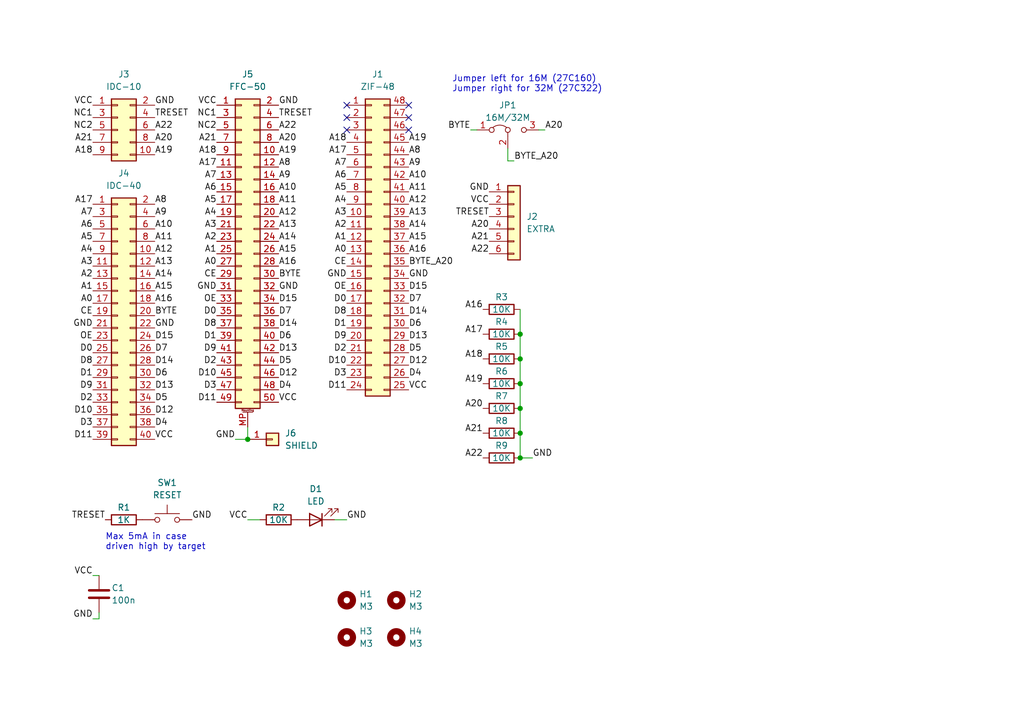
<source format=kicad_sch>
(kicad_sch (version 20230121) (generator eeschema)

  (uuid 218a50b5-5328-4910-8bfa-477207937a67)

  (paper "A5")

  (title_block
    (title "TokuROM Remote-ZIF42")
    (rev "1.1")
    (company "github.com/kasamikona/TokuROM")
  )

  (lib_symbols
    (symbol "Connector_Generic:Conn_01x01" (pin_names (offset 1.016) hide) (in_bom yes) (on_board yes)
      (property "Reference" "J" (at 0 2.54 0)
        (effects (font (size 1.27 1.27)))
      )
      (property "Value" "Conn_01x01" (at 0 -2.54 0)
        (effects (font (size 1.27 1.27)))
      )
      (property "Footprint" "" (at 0 0 0)
        (effects (font (size 1.27 1.27)) hide)
      )
      (property "Datasheet" "~" (at 0 0 0)
        (effects (font (size 1.27 1.27)) hide)
      )
      (property "ki_keywords" "connector" (at 0 0 0)
        (effects (font (size 1.27 1.27)) hide)
      )
      (property "ki_description" "Generic connector, single row, 01x01, script generated (kicad-library-utils/schlib/autogen/connector/)" (at 0 0 0)
        (effects (font (size 1.27 1.27)) hide)
      )
      (property "ki_fp_filters" "Connector*:*_1x??_*" (at 0 0 0)
        (effects (font (size 1.27 1.27)) hide)
      )
      (symbol "Conn_01x01_1_1"
        (rectangle (start -1.27 0.127) (end 0 -0.127)
          (stroke (width 0.1524) (type default))
          (fill (type none))
        )
        (rectangle (start -1.27 1.27) (end 1.27 -1.27)
          (stroke (width 0.254) (type default))
          (fill (type background))
        )
        (pin passive line (at -5.08 0 0) (length 3.81)
          (name "Pin_1" (effects (font (size 1.27 1.27))))
          (number "1" (effects (font (size 1.27 1.27))))
        )
      )
    )
    (symbol "Connector_Generic:Conn_01x06" (pin_names (offset 1.016) hide) (in_bom yes) (on_board yes)
      (property "Reference" "J" (at 0 7.62 0)
        (effects (font (size 1.27 1.27)))
      )
      (property "Value" "Conn_01x06" (at 0 -10.16 0)
        (effects (font (size 1.27 1.27)))
      )
      (property "Footprint" "" (at 0 0 0)
        (effects (font (size 1.27 1.27)) hide)
      )
      (property "Datasheet" "~" (at 0 0 0)
        (effects (font (size 1.27 1.27)) hide)
      )
      (property "ki_keywords" "connector" (at 0 0 0)
        (effects (font (size 1.27 1.27)) hide)
      )
      (property "ki_description" "Generic connector, single row, 01x06, script generated (kicad-library-utils/schlib/autogen/connector/)" (at 0 0 0)
        (effects (font (size 1.27 1.27)) hide)
      )
      (property "ki_fp_filters" "Connector*:*_1x??_*" (at 0 0 0)
        (effects (font (size 1.27 1.27)) hide)
      )
      (symbol "Conn_01x06_1_1"
        (rectangle (start -1.27 -7.493) (end 0 -7.747)
          (stroke (width 0.1524) (type default))
          (fill (type none))
        )
        (rectangle (start -1.27 -4.953) (end 0 -5.207)
          (stroke (width 0.1524) (type default))
          (fill (type none))
        )
        (rectangle (start -1.27 -2.413) (end 0 -2.667)
          (stroke (width 0.1524) (type default))
          (fill (type none))
        )
        (rectangle (start -1.27 0.127) (end 0 -0.127)
          (stroke (width 0.1524) (type default))
          (fill (type none))
        )
        (rectangle (start -1.27 2.667) (end 0 2.413)
          (stroke (width 0.1524) (type default))
          (fill (type none))
        )
        (rectangle (start -1.27 5.207) (end 0 4.953)
          (stroke (width 0.1524) (type default))
          (fill (type none))
        )
        (rectangle (start -1.27 6.35) (end 1.27 -8.89)
          (stroke (width 0.254) (type default))
          (fill (type background))
        )
        (pin passive line (at -5.08 5.08 0) (length 3.81)
          (name "Pin_1" (effects (font (size 1.27 1.27))))
          (number "1" (effects (font (size 1.27 1.27))))
        )
        (pin passive line (at -5.08 2.54 0) (length 3.81)
          (name "Pin_2" (effects (font (size 1.27 1.27))))
          (number "2" (effects (font (size 1.27 1.27))))
        )
        (pin passive line (at -5.08 0 0) (length 3.81)
          (name "Pin_3" (effects (font (size 1.27 1.27))))
          (number "3" (effects (font (size 1.27 1.27))))
        )
        (pin passive line (at -5.08 -2.54 0) (length 3.81)
          (name "Pin_4" (effects (font (size 1.27 1.27))))
          (number "4" (effects (font (size 1.27 1.27))))
        )
        (pin passive line (at -5.08 -5.08 0) (length 3.81)
          (name "Pin_5" (effects (font (size 1.27 1.27))))
          (number "5" (effects (font (size 1.27 1.27))))
        )
        (pin passive line (at -5.08 -7.62 0) (length 3.81)
          (name "Pin_6" (effects (font (size 1.27 1.27))))
          (number "6" (effects (font (size 1.27 1.27))))
        )
      )
    )
    (symbol "Connector_Generic:Conn_02x05_Odd_Even" (pin_names (offset 1.016) hide) (in_bom yes) (on_board yes)
      (property "Reference" "J" (at 1.27 7.62 0)
        (effects (font (size 1.27 1.27)))
      )
      (property "Value" "Conn_02x05_Odd_Even" (at 1.27 -7.62 0)
        (effects (font (size 1.27 1.27)))
      )
      (property "Footprint" "" (at 0 0 0)
        (effects (font (size 1.27 1.27)) hide)
      )
      (property "Datasheet" "~" (at 0 0 0)
        (effects (font (size 1.27 1.27)) hide)
      )
      (property "ki_keywords" "connector" (at 0 0 0)
        (effects (font (size 1.27 1.27)) hide)
      )
      (property "ki_description" "Generic connector, double row, 02x05, odd/even pin numbering scheme (row 1 odd numbers, row 2 even numbers), script generated (kicad-library-utils/schlib/autogen/connector/)" (at 0 0 0)
        (effects (font (size 1.27 1.27)) hide)
      )
      (property "ki_fp_filters" "Connector*:*_2x??_*" (at 0 0 0)
        (effects (font (size 1.27 1.27)) hide)
      )
      (symbol "Conn_02x05_Odd_Even_1_1"
        (rectangle (start -1.27 -4.953) (end 0 -5.207)
          (stroke (width 0.1524) (type default))
          (fill (type none))
        )
        (rectangle (start -1.27 -2.413) (end 0 -2.667)
          (stroke (width 0.1524) (type default))
          (fill (type none))
        )
        (rectangle (start -1.27 0.127) (end 0 -0.127)
          (stroke (width 0.1524) (type default))
          (fill (type none))
        )
        (rectangle (start -1.27 2.667) (end 0 2.413)
          (stroke (width 0.1524) (type default))
          (fill (type none))
        )
        (rectangle (start -1.27 5.207) (end 0 4.953)
          (stroke (width 0.1524) (type default))
          (fill (type none))
        )
        (rectangle (start -1.27 6.35) (end 3.81 -6.35)
          (stroke (width 0.254) (type default))
          (fill (type background))
        )
        (rectangle (start 3.81 -4.953) (end 2.54 -5.207)
          (stroke (width 0.1524) (type default))
          (fill (type none))
        )
        (rectangle (start 3.81 -2.413) (end 2.54 -2.667)
          (stroke (width 0.1524) (type default))
          (fill (type none))
        )
        (rectangle (start 3.81 0.127) (end 2.54 -0.127)
          (stroke (width 0.1524) (type default))
          (fill (type none))
        )
        (rectangle (start 3.81 2.667) (end 2.54 2.413)
          (stroke (width 0.1524) (type default))
          (fill (type none))
        )
        (rectangle (start 3.81 5.207) (end 2.54 4.953)
          (stroke (width 0.1524) (type default))
          (fill (type none))
        )
        (pin passive line (at -5.08 5.08 0) (length 3.81)
          (name "Pin_1" (effects (font (size 1.27 1.27))))
          (number "1" (effects (font (size 1.27 1.27))))
        )
        (pin passive line (at 7.62 -5.08 180) (length 3.81)
          (name "Pin_10" (effects (font (size 1.27 1.27))))
          (number "10" (effects (font (size 1.27 1.27))))
        )
        (pin passive line (at 7.62 5.08 180) (length 3.81)
          (name "Pin_2" (effects (font (size 1.27 1.27))))
          (number "2" (effects (font (size 1.27 1.27))))
        )
        (pin passive line (at -5.08 2.54 0) (length 3.81)
          (name "Pin_3" (effects (font (size 1.27 1.27))))
          (number "3" (effects (font (size 1.27 1.27))))
        )
        (pin passive line (at 7.62 2.54 180) (length 3.81)
          (name "Pin_4" (effects (font (size 1.27 1.27))))
          (number "4" (effects (font (size 1.27 1.27))))
        )
        (pin passive line (at -5.08 0 0) (length 3.81)
          (name "Pin_5" (effects (font (size 1.27 1.27))))
          (number "5" (effects (font (size 1.27 1.27))))
        )
        (pin passive line (at 7.62 0 180) (length 3.81)
          (name "Pin_6" (effects (font (size 1.27 1.27))))
          (number "6" (effects (font (size 1.27 1.27))))
        )
        (pin passive line (at -5.08 -2.54 0) (length 3.81)
          (name "Pin_7" (effects (font (size 1.27 1.27))))
          (number "7" (effects (font (size 1.27 1.27))))
        )
        (pin passive line (at 7.62 -2.54 180) (length 3.81)
          (name "Pin_8" (effects (font (size 1.27 1.27))))
          (number "8" (effects (font (size 1.27 1.27))))
        )
        (pin passive line (at -5.08 -5.08 0) (length 3.81)
          (name "Pin_9" (effects (font (size 1.27 1.27))))
          (number "9" (effects (font (size 1.27 1.27))))
        )
      )
    )
    (symbol "Connector_Generic:Conn_02x20_Odd_Even" (pin_names (offset 1.016) hide) (in_bom yes) (on_board yes)
      (property "Reference" "J" (at 1.27 25.4 0)
        (effects (font (size 1.27 1.27)))
      )
      (property "Value" "Conn_02x20_Odd_Even" (at 1.27 -27.94 0)
        (effects (font (size 1.27 1.27)))
      )
      (property "Footprint" "" (at 0 0 0)
        (effects (font (size 1.27 1.27)) hide)
      )
      (property "Datasheet" "~" (at 0 0 0)
        (effects (font (size 1.27 1.27)) hide)
      )
      (property "ki_keywords" "connector" (at 0 0 0)
        (effects (font (size 1.27 1.27)) hide)
      )
      (property "ki_description" "Generic connector, double row, 02x20, odd/even pin numbering scheme (row 1 odd numbers, row 2 even numbers), script generated (kicad-library-utils/schlib/autogen/connector/)" (at 0 0 0)
        (effects (font (size 1.27 1.27)) hide)
      )
      (property "ki_fp_filters" "Connector*:*_2x??_*" (at 0 0 0)
        (effects (font (size 1.27 1.27)) hide)
      )
      (symbol "Conn_02x20_Odd_Even_1_1"
        (rectangle (start -1.27 -25.273) (end 0 -25.527)
          (stroke (width 0.1524) (type default))
          (fill (type none))
        )
        (rectangle (start -1.27 -22.733) (end 0 -22.987)
          (stroke (width 0.1524) (type default))
          (fill (type none))
        )
        (rectangle (start -1.27 -20.193) (end 0 -20.447)
          (stroke (width 0.1524) (type default))
          (fill (type none))
        )
        (rectangle (start -1.27 -17.653) (end 0 -17.907)
          (stroke (width 0.1524) (type default))
          (fill (type none))
        )
        (rectangle (start -1.27 -15.113) (end 0 -15.367)
          (stroke (width 0.1524) (type default))
          (fill (type none))
        )
        (rectangle (start -1.27 -12.573) (end 0 -12.827)
          (stroke (width 0.1524) (type default))
          (fill (type none))
        )
        (rectangle (start -1.27 -10.033) (end 0 -10.287)
          (stroke (width 0.1524) (type default))
          (fill (type none))
        )
        (rectangle (start -1.27 -7.493) (end 0 -7.747)
          (stroke (width 0.1524) (type default))
          (fill (type none))
        )
        (rectangle (start -1.27 -4.953) (end 0 -5.207)
          (stroke (width 0.1524) (type default))
          (fill (type none))
        )
        (rectangle (start -1.27 -2.413) (end 0 -2.667)
          (stroke (width 0.1524) (type default))
          (fill (type none))
        )
        (rectangle (start -1.27 0.127) (end 0 -0.127)
          (stroke (width 0.1524) (type default))
          (fill (type none))
        )
        (rectangle (start -1.27 2.667) (end 0 2.413)
          (stroke (width 0.1524) (type default))
          (fill (type none))
        )
        (rectangle (start -1.27 5.207) (end 0 4.953)
          (stroke (width 0.1524) (type default))
          (fill (type none))
        )
        (rectangle (start -1.27 7.747) (end 0 7.493)
          (stroke (width 0.1524) (type default))
          (fill (type none))
        )
        (rectangle (start -1.27 10.287) (end 0 10.033)
          (stroke (width 0.1524) (type default))
          (fill (type none))
        )
        (rectangle (start -1.27 12.827) (end 0 12.573)
          (stroke (width 0.1524) (type default))
          (fill (type none))
        )
        (rectangle (start -1.27 15.367) (end 0 15.113)
          (stroke (width 0.1524) (type default))
          (fill (type none))
        )
        (rectangle (start -1.27 17.907) (end 0 17.653)
          (stroke (width 0.1524) (type default))
          (fill (type none))
        )
        (rectangle (start -1.27 20.447) (end 0 20.193)
          (stroke (width 0.1524) (type default))
          (fill (type none))
        )
        (rectangle (start -1.27 22.987) (end 0 22.733)
          (stroke (width 0.1524) (type default))
          (fill (type none))
        )
        (rectangle (start -1.27 24.13) (end 3.81 -26.67)
          (stroke (width 0.254) (type default))
          (fill (type background))
        )
        (rectangle (start 3.81 -25.273) (end 2.54 -25.527)
          (stroke (width 0.1524) (type default))
          (fill (type none))
        )
        (rectangle (start 3.81 -22.733) (end 2.54 -22.987)
          (stroke (width 0.1524) (type default))
          (fill (type none))
        )
        (rectangle (start 3.81 -20.193) (end 2.54 -20.447)
          (stroke (width 0.1524) (type default))
          (fill (type none))
        )
        (rectangle (start 3.81 -17.653) (end 2.54 -17.907)
          (stroke (width 0.1524) (type default))
          (fill (type none))
        )
        (rectangle (start 3.81 -15.113) (end 2.54 -15.367)
          (stroke (width 0.1524) (type default))
          (fill (type none))
        )
        (rectangle (start 3.81 -12.573) (end 2.54 -12.827)
          (stroke (width 0.1524) (type default))
          (fill (type none))
        )
        (rectangle (start 3.81 -10.033) (end 2.54 -10.287)
          (stroke (width 0.1524) (type default))
          (fill (type none))
        )
        (rectangle (start 3.81 -7.493) (end 2.54 -7.747)
          (stroke (width 0.1524) (type default))
          (fill (type none))
        )
        (rectangle (start 3.81 -4.953) (end 2.54 -5.207)
          (stroke (width 0.1524) (type default))
          (fill (type none))
        )
        (rectangle (start 3.81 -2.413) (end 2.54 -2.667)
          (stroke (width 0.1524) (type default))
          (fill (type none))
        )
        (rectangle (start 3.81 0.127) (end 2.54 -0.127)
          (stroke (width 0.1524) (type default))
          (fill (type none))
        )
        (rectangle (start 3.81 2.667) (end 2.54 2.413)
          (stroke (width 0.1524) (type default))
          (fill (type none))
        )
        (rectangle (start 3.81 5.207) (end 2.54 4.953)
          (stroke (width 0.1524) (type default))
          (fill (type none))
        )
        (rectangle (start 3.81 7.747) (end 2.54 7.493)
          (stroke (width 0.1524) (type default))
          (fill (type none))
        )
        (rectangle (start 3.81 10.287) (end 2.54 10.033)
          (stroke (width 0.1524) (type default))
          (fill (type none))
        )
        (rectangle (start 3.81 12.827) (end 2.54 12.573)
          (stroke (width 0.1524) (type default))
          (fill (type none))
        )
        (rectangle (start 3.81 15.367) (end 2.54 15.113)
          (stroke (width 0.1524) (type default))
          (fill (type none))
        )
        (rectangle (start 3.81 17.907) (end 2.54 17.653)
          (stroke (width 0.1524) (type default))
          (fill (type none))
        )
        (rectangle (start 3.81 20.447) (end 2.54 20.193)
          (stroke (width 0.1524) (type default))
          (fill (type none))
        )
        (rectangle (start 3.81 22.987) (end 2.54 22.733)
          (stroke (width 0.1524) (type default))
          (fill (type none))
        )
        (pin passive line (at -5.08 22.86 0) (length 3.81)
          (name "Pin_1" (effects (font (size 1.27 1.27))))
          (number "1" (effects (font (size 1.27 1.27))))
        )
        (pin passive line (at 7.62 12.7 180) (length 3.81)
          (name "Pin_10" (effects (font (size 1.27 1.27))))
          (number "10" (effects (font (size 1.27 1.27))))
        )
        (pin passive line (at -5.08 10.16 0) (length 3.81)
          (name "Pin_11" (effects (font (size 1.27 1.27))))
          (number "11" (effects (font (size 1.27 1.27))))
        )
        (pin passive line (at 7.62 10.16 180) (length 3.81)
          (name "Pin_12" (effects (font (size 1.27 1.27))))
          (number "12" (effects (font (size 1.27 1.27))))
        )
        (pin passive line (at -5.08 7.62 0) (length 3.81)
          (name "Pin_13" (effects (font (size 1.27 1.27))))
          (number "13" (effects (font (size 1.27 1.27))))
        )
        (pin passive line (at 7.62 7.62 180) (length 3.81)
          (name "Pin_14" (effects (font (size 1.27 1.27))))
          (number "14" (effects (font (size 1.27 1.27))))
        )
        (pin passive line (at -5.08 5.08 0) (length 3.81)
          (name "Pin_15" (effects (font (size 1.27 1.27))))
          (number "15" (effects (font (size 1.27 1.27))))
        )
        (pin passive line (at 7.62 5.08 180) (length 3.81)
          (name "Pin_16" (effects (font (size 1.27 1.27))))
          (number "16" (effects (font (size 1.27 1.27))))
        )
        (pin passive line (at -5.08 2.54 0) (length 3.81)
          (name "Pin_17" (effects (font (size 1.27 1.27))))
          (number "17" (effects (font (size 1.27 1.27))))
        )
        (pin passive line (at 7.62 2.54 180) (length 3.81)
          (name "Pin_18" (effects (font (size 1.27 1.27))))
          (number "18" (effects (font (size 1.27 1.27))))
        )
        (pin passive line (at -5.08 0 0) (length 3.81)
          (name "Pin_19" (effects (font (size 1.27 1.27))))
          (number "19" (effects (font (size 1.27 1.27))))
        )
        (pin passive line (at 7.62 22.86 180) (length 3.81)
          (name "Pin_2" (effects (font (size 1.27 1.27))))
          (number "2" (effects (font (size 1.27 1.27))))
        )
        (pin passive line (at 7.62 0 180) (length 3.81)
          (name "Pin_20" (effects (font (size 1.27 1.27))))
          (number "20" (effects (font (size 1.27 1.27))))
        )
        (pin passive line (at -5.08 -2.54 0) (length 3.81)
          (name "Pin_21" (effects (font (size 1.27 1.27))))
          (number "21" (effects (font (size 1.27 1.27))))
        )
        (pin passive line (at 7.62 -2.54 180) (length 3.81)
          (name "Pin_22" (effects (font (size 1.27 1.27))))
          (number "22" (effects (font (size 1.27 1.27))))
        )
        (pin passive line (at -5.08 -5.08 0) (length 3.81)
          (name "Pin_23" (effects (font (size 1.27 1.27))))
          (number "23" (effects (font (size 1.27 1.27))))
        )
        (pin passive line (at 7.62 -5.08 180) (length 3.81)
          (name "Pin_24" (effects (font (size 1.27 1.27))))
          (number "24" (effects (font (size 1.27 1.27))))
        )
        (pin passive line (at -5.08 -7.62 0) (length 3.81)
          (name "Pin_25" (effects (font (size 1.27 1.27))))
          (number "25" (effects (font (size 1.27 1.27))))
        )
        (pin passive line (at 7.62 -7.62 180) (length 3.81)
          (name "Pin_26" (effects (font (size 1.27 1.27))))
          (number "26" (effects (font (size 1.27 1.27))))
        )
        (pin passive line (at -5.08 -10.16 0) (length 3.81)
          (name "Pin_27" (effects (font (size 1.27 1.27))))
          (number "27" (effects (font (size 1.27 1.27))))
        )
        (pin passive line (at 7.62 -10.16 180) (length 3.81)
          (name "Pin_28" (effects (font (size 1.27 1.27))))
          (number "28" (effects (font (size 1.27 1.27))))
        )
        (pin passive line (at -5.08 -12.7 0) (length 3.81)
          (name "Pin_29" (effects (font (size 1.27 1.27))))
          (number "29" (effects (font (size 1.27 1.27))))
        )
        (pin passive line (at -5.08 20.32 0) (length 3.81)
          (name "Pin_3" (effects (font (size 1.27 1.27))))
          (number "3" (effects (font (size 1.27 1.27))))
        )
        (pin passive line (at 7.62 -12.7 180) (length 3.81)
          (name "Pin_30" (effects (font (size 1.27 1.27))))
          (number "30" (effects (font (size 1.27 1.27))))
        )
        (pin passive line (at -5.08 -15.24 0) (length 3.81)
          (name "Pin_31" (effects (font (size 1.27 1.27))))
          (number "31" (effects (font (size 1.27 1.27))))
        )
        (pin passive line (at 7.62 -15.24 180) (length 3.81)
          (name "Pin_32" (effects (font (size 1.27 1.27))))
          (number "32" (effects (font (size 1.27 1.27))))
        )
        (pin passive line (at -5.08 -17.78 0) (length 3.81)
          (name "Pin_33" (effects (font (size 1.27 1.27))))
          (number "33" (effects (font (size 1.27 1.27))))
        )
        (pin passive line (at 7.62 -17.78 180) (length 3.81)
          (name "Pin_34" (effects (font (size 1.27 1.27))))
          (number "34" (effects (font (size 1.27 1.27))))
        )
        (pin passive line (at -5.08 -20.32 0) (length 3.81)
          (name "Pin_35" (effects (font (size 1.27 1.27))))
          (number "35" (effects (font (size 1.27 1.27))))
        )
        (pin passive line (at 7.62 -20.32 180) (length 3.81)
          (name "Pin_36" (effects (font (size 1.27 1.27))))
          (number "36" (effects (font (size 1.27 1.27))))
        )
        (pin passive line (at -5.08 -22.86 0) (length 3.81)
          (name "Pin_37" (effects (font (size 1.27 1.27))))
          (number "37" (effects (font (size 1.27 1.27))))
        )
        (pin passive line (at 7.62 -22.86 180) (length 3.81)
          (name "Pin_38" (effects (font (size 1.27 1.27))))
          (number "38" (effects (font (size 1.27 1.27))))
        )
        (pin passive line (at -5.08 -25.4 0) (length 3.81)
          (name "Pin_39" (effects (font (size 1.27 1.27))))
          (number "39" (effects (font (size 1.27 1.27))))
        )
        (pin passive line (at 7.62 20.32 180) (length 3.81)
          (name "Pin_4" (effects (font (size 1.27 1.27))))
          (number "4" (effects (font (size 1.27 1.27))))
        )
        (pin passive line (at 7.62 -25.4 180) (length 3.81)
          (name "Pin_40" (effects (font (size 1.27 1.27))))
          (number "40" (effects (font (size 1.27 1.27))))
        )
        (pin passive line (at -5.08 17.78 0) (length 3.81)
          (name "Pin_5" (effects (font (size 1.27 1.27))))
          (number "5" (effects (font (size 1.27 1.27))))
        )
        (pin passive line (at 7.62 17.78 180) (length 3.81)
          (name "Pin_6" (effects (font (size 1.27 1.27))))
          (number "6" (effects (font (size 1.27 1.27))))
        )
        (pin passive line (at -5.08 15.24 0) (length 3.81)
          (name "Pin_7" (effects (font (size 1.27 1.27))))
          (number "7" (effects (font (size 1.27 1.27))))
        )
        (pin passive line (at 7.62 15.24 180) (length 3.81)
          (name "Pin_8" (effects (font (size 1.27 1.27))))
          (number "8" (effects (font (size 1.27 1.27))))
        )
        (pin passive line (at -5.08 12.7 0) (length 3.81)
          (name "Pin_9" (effects (font (size 1.27 1.27))))
          (number "9" (effects (font (size 1.27 1.27))))
        )
      )
    )
    (symbol "Connector_Generic:Conn_02x24_Counter_Clockwise" (pin_names (offset 1.016) hide) (in_bom yes) (on_board yes)
      (property "Reference" "J" (at 1.27 30.48 0)
        (effects (font (size 1.27 1.27)))
      )
      (property "Value" "Conn_02x24_Counter_Clockwise" (at 1.27 -33.02 0)
        (effects (font (size 1.27 1.27)))
      )
      (property "Footprint" "" (at 0 0 0)
        (effects (font (size 1.27 1.27)) hide)
      )
      (property "Datasheet" "~" (at 0 0 0)
        (effects (font (size 1.27 1.27)) hide)
      )
      (property "ki_keywords" "connector" (at 0 0 0)
        (effects (font (size 1.27 1.27)) hide)
      )
      (property "ki_description" "Generic connector, double row, 02x24, counter clockwise pin numbering scheme (similar to DIP package numbering), script generated (kicad-library-utils/schlib/autogen/connector/)" (at 0 0 0)
        (effects (font (size 1.27 1.27)) hide)
      )
      (property "ki_fp_filters" "Connector*:*_2x??_*" (at 0 0 0)
        (effects (font (size 1.27 1.27)) hide)
      )
      (symbol "Conn_02x24_Counter_Clockwise_1_1"
        (rectangle (start -1.27 -30.353) (end 0 -30.607)
          (stroke (width 0.1524) (type default))
          (fill (type none))
        )
        (rectangle (start -1.27 -27.813) (end 0 -28.067)
          (stroke (width 0.1524) (type default))
          (fill (type none))
        )
        (rectangle (start -1.27 -25.273) (end 0 -25.527)
          (stroke (width 0.1524) (type default))
          (fill (type none))
        )
        (rectangle (start -1.27 -22.733) (end 0 -22.987)
          (stroke (width 0.1524) (type default))
          (fill (type none))
        )
        (rectangle (start -1.27 -20.193) (end 0 -20.447)
          (stroke (width 0.1524) (type default))
          (fill (type none))
        )
        (rectangle (start -1.27 -17.653) (end 0 -17.907)
          (stroke (width 0.1524) (type default))
          (fill (type none))
        )
        (rectangle (start -1.27 -15.113) (end 0 -15.367)
          (stroke (width 0.1524) (type default))
          (fill (type none))
        )
        (rectangle (start -1.27 -12.573) (end 0 -12.827)
          (stroke (width 0.1524) (type default))
          (fill (type none))
        )
        (rectangle (start -1.27 -10.033) (end 0 -10.287)
          (stroke (width 0.1524) (type default))
          (fill (type none))
        )
        (rectangle (start -1.27 -7.493) (end 0 -7.747)
          (stroke (width 0.1524) (type default))
          (fill (type none))
        )
        (rectangle (start -1.27 -4.953) (end 0 -5.207)
          (stroke (width 0.1524) (type default))
          (fill (type none))
        )
        (rectangle (start -1.27 -2.413) (end 0 -2.667)
          (stroke (width 0.1524) (type default))
          (fill (type none))
        )
        (rectangle (start -1.27 0.127) (end 0 -0.127)
          (stroke (width 0.1524) (type default))
          (fill (type none))
        )
        (rectangle (start -1.27 2.667) (end 0 2.413)
          (stroke (width 0.1524) (type default))
          (fill (type none))
        )
        (rectangle (start -1.27 5.207) (end 0 4.953)
          (stroke (width 0.1524) (type default))
          (fill (type none))
        )
        (rectangle (start -1.27 7.747) (end 0 7.493)
          (stroke (width 0.1524) (type default))
          (fill (type none))
        )
        (rectangle (start -1.27 10.287) (end 0 10.033)
          (stroke (width 0.1524) (type default))
          (fill (type none))
        )
        (rectangle (start -1.27 12.827) (end 0 12.573)
          (stroke (width 0.1524) (type default))
          (fill (type none))
        )
        (rectangle (start -1.27 15.367) (end 0 15.113)
          (stroke (width 0.1524) (type default))
          (fill (type none))
        )
        (rectangle (start -1.27 17.907) (end 0 17.653)
          (stroke (width 0.1524) (type default))
          (fill (type none))
        )
        (rectangle (start -1.27 20.447) (end 0 20.193)
          (stroke (width 0.1524) (type default))
          (fill (type none))
        )
        (rectangle (start -1.27 22.987) (end 0 22.733)
          (stroke (width 0.1524) (type default))
          (fill (type none))
        )
        (rectangle (start -1.27 25.527) (end 0 25.273)
          (stroke (width 0.1524) (type default))
          (fill (type none))
        )
        (rectangle (start -1.27 28.067) (end 0 27.813)
          (stroke (width 0.1524) (type default))
          (fill (type none))
        )
        (rectangle (start -1.27 29.21) (end 3.81 -31.75)
          (stroke (width 0.254) (type default))
          (fill (type background))
        )
        (rectangle (start 3.81 -30.353) (end 2.54 -30.607)
          (stroke (width 0.1524) (type default))
          (fill (type none))
        )
        (rectangle (start 3.81 -27.813) (end 2.54 -28.067)
          (stroke (width 0.1524) (type default))
          (fill (type none))
        )
        (rectangle (start 3.81 -25.273) (end 2.54 -25.527)
          (stroke (width 0.1524) (type default))
          (fill (type none))
        )
        (rectangle (start 3.81 -22.733) (end 2.54 -22.987)
          (stroke (width 0.1524) (type default))
          (fill (type none))
        )
        (rectangle (start 3.81 -20.193) (end 2.54 -20.447)
          (stroke (width 0.1524) (type default))
          (fill (type none))
        )
        (rectangle (start 3.81 -17.653) (end 2.54 -17.907)
          (stroke (width 0.1524) (type default))
          (fill (type none))
        )
        (rectangle (start 3.81 -15.113) (end 2.54 -15.367)
          (stroke (width 0.1524) (type default))
          (fill (type none))
        )
        (rectangle (start 3.81 -12.573) (end 2.54 -12.827)
          (stroke (width 0.1524) (type default))
          (fill (type none))
        )
        (rectangle (start 3.81 -10.033) (end 2.54 -10.287)
          (stroke (width 0.1524) (type default))
          (fill (type none))
        )
        (rectangle (start 3.81 -7.493) (end 2.54 -7.747)
          (stroke (width 0.1524) (type default))
          (fill (type none))
        )
        (rectangle (start 3.81 -4.953) (end 2.54 -5.207)
          (stroke (width 0.1524) (type default))
          (fill (type none))
        )
        (rectangle (start 3.81 -2.413) (end 2.54 -2.667)
          (stroke (width 0.1524) (type default))
          (fill (type none))
        )
        (rectangle (start 3.81 0.127) (end 2.54 -0.127)
          (stroke (width 0.1524) (type default))
          (fill (type none))
        )
        (rectangle (start 3.81 2.667) (end 2.54 2.413)
          (stroke (width 0.1524) (type default))
          (fill (type none))
        )
        (rectangle (start 3.81 5.207) (end 2.54 4.953)
          (stroke (width 0.1524) (type default))
          (fill (type none))
        )
        (rectangle (start 3.81 7.747) (end 2.54 7.493)
          (stroke (width 0.1524) (type default))
          (fill (type none))
        )
        (rectangle (start 3.81 10.287) (end 2.54 10.033)
          (stroke (width 0.1524) (type default))
          (fill (type none))
        )
        (rectangle (start 3.81 12.827) (end 2.54 12.573)
          (stroke (width 0.1524) (type default))
          (fill (type none))
        )
        (rectangle (start 3.81 15.367) (end 2.54 15.113)
          (stroke (width 0.1524) (type default))
          (fill (type none))
        )
        (rectangle (start 3.81 17.907) (end 2.54 17.653)
          (stroke (width 0.1524) (type default))
          (fill (type none))
        )
        (rectangle (start 3.81 20.447) (end 2.54 20.193)
          (stroke (width 0.1524) (type default))
          (fill (type none))
        )
        (rectangle (start 3.81 22.987) (end 2.54 22.733)
          (stroke (width 0.1524) (type default))
          (fill (type none))
        )
        (rectangle (start 3.81 25.527) (end 2.54 25.273)
          (stroke (width 0.1524) (type default))
          (fill (type none))
        )
        (rectangle (start 3.81 28.067) (end 2.54 27.813)
          (stroke (width 0.1524) (type default))
          (fill (type none))
        )
        (pin passive line (at -5.08 27.94 0) (length 3.81)
          (name "Pin_1" (effects (font (size 1.27 1.27))))
          (number "1" (effects (font (size 1.27 1.27))))
        )
        (pin passive line (at -5.08 5.08 0) (length 3.81)
          (name "Pin_10" (effects (font (size 1.27 1.27))))
          (number "10" (effects (font (size 1.27 1.27))))
        )
        (pin passive line (at -5.08 2.54 0) (length 3.81)
          (name "Pin_11" (effects (font (size 1.27 1.27))))
          (number "11" (effects (font (size 1.27 1.27))))
        )
        (pin passive line (at -5.08 0 0) (length 3.81)
          (name "Pin_12" (effects (font (size 1.27 1.27))))
          (number "12" (effects (font (size 1.27 1.27))))
        )
        (pin passive line (at -5.08 -2.54 0) (length 3.81)
          (name "Pin_13" (effects (font (size 1.27 1.27))))
          (number "13" (effects (font (size 1.27 1.27))))
        )
        (pin passive line (at -5.08 -5.08 0) (length 3.81)
          (name "Pin_14" (effects (font (size 1.27 1.27))))
          (number "14" (effects (font (size 1.27 1.27))))
        )
        (pin passive line (at -5.08 -7.62 0) (length 3.81)
          (name "Pin_15" (effects (font (size 1.27 1.27))))
          (number "15" (effects (font (size 1.27 1.27))))
        )
        (pin passive line (at -5.08 -10.16 0) (length 3.81)
          (name "Pin_16" (effects (font (size 1.27 1.27))))
          (number "16" (effects (font (size 1.27 1.27))))
        )
        (pin passive line (at -5.08 -12.7 0) (length 3.81)
          (name "Pin_17" (effects (font (size 1.27 1.27))))
          (number "17" (effects (font (size 1.27 1.27))))
        )
        (pin passive line (at -5.08 -15.24 0) (length 3.81)
          (name "Pin_18" (effects (font (size 1.27 1.27))))
          (number "18" (effects (font (size 1.27 1.27))))
        )
        (pin passive line (at -5.08 -17.78 0) (length 3.81)
          (name "Pin_19" (effects (font (size 1.27 1.27))))
          (number "19" (effects (font (size 1.27 1.27))))
        )
        (pin passive line (at -5.08 25.4 0) (length 3.81)
          (name "Pin_2" (effects (font (size 1.27 1.27))))
          (number "2" (effects (font (size 1.27 1.27))))
        )
        (pin passive line (at -5.08 -20.32 0) (length 3.81)
          (name "Pin_20" (effects (font (size 1.27 1.27))))
          (number "20" (effects (font (size 1.27 1.27))))
        )
        (pin passive line (at -5.08 -22.86 0) (length 3.81)
          (name "Pin_21" (effects (font (size 1.27 1.27))))
          (number "21" (effects (font (size 1.27 1.27))))
        )
        (pin passive line (at -5.08 -25.4 0) (length 3.81)
          (name "Pin_22" (effects (font (size 1.27 1.27))))
          (number "22" (effects (font (size 1.27 1.27))))
        )
        (pin passive line (at -5.08 -27.94 0) (length 3.81)
          (name "Pin_23" (effects (font (size 1.27 1.27))))
          (number "23" (effects (font (size 1.27 1.27))))
        )
        (pin passive line (at -5.08 -30.48 0) (length 3.81)
          (name "Pin_24" (effects (font (size 1.27 1.27))))
          (number "24" (effects (font (size 1.27 1.27))))
        )
        (pin passive line (at 7.62 -30.48 180) (length 3.81)
          (name "Pin_25" (effects (font (size 1.27 1.27))))
          (number "25" (effects (font (size 1.27 1.27))))
        )
        (pin passive line (at 7.62 -27.94 180) (length 3.81)
          (name "Pin_26" (effects (font (size 1.27 1.27))))
          (number "26" (effects (font (size 1.27 1.27))))
        )
        (pin passive line (at 7.62 -25.4 180) (length 3.81)
          (name "Pin_27" (effects (font (size 1.27 1.27))))
          (number "27" (effects (font (size 1.27 1.27))))
        )
        (pin passive line (at 7.62 -22.86 180) (length 3.81)
          (name "Pin_28" (effects (font (size 1.27 1.27))))
          (number "28" (effects (font (size 1.27 1.27))))
        )
        (pin passive line (at 7.62 -20.32 180) (length 3.81)
          (name "Pin_29" (effects (font (size 1.27 1.27))))
          (number "29" (effects (font (size 1.27 1.27))))
        )
        (pin passive line (at -5.08 22.86 0) (length 3.81)
          (name "Pin_3" (effects (font (size 1.27 1.27))))
          (number "3" (effects (font (size 1.27 1.27))))
        )
        (pin passive line (at 7.62 -17.78 180) (length 3.81)
          (name "Pin_30" (effects (font (size 1.27 1.27))))
          (number "30" (effects (font (size 1.27 1.27))))
        )
        (pin passive line (at 7.62 -15.24 180) (length 3.81)
          (name "Pin_31" (effects (font (size 1.27 1.27))))
          (number "31" (effects (font (size 1.27 1.27))))
        )
        (pin passive line (at 7.62 -12.7 180) (length 3.81)
          (name "Pin_32" (effects (font (size 1.27 1.27))))
          (number "32" (effects (font (size 1.27 1.27))))
        )
        (pin passive line (at 7.62 -10.16 180) (length 3.81)
          (name "Pin_33" (effects (font (size 1.27 1.27))))
          (number "33" (effects (font (size 1.27 1.27))))
        )
        (pin passive line (at 7.62 -7.62 180) (length 3.81)
          (name "Pin_34" (effects (font (size 1.27 1.27))))
          (number "34" (effects (font (size 1.27 1.27))))
        )
        (pin passive line (at 7.62 -5.08 180) (length 3.81)
          (name "Pin_35" (effects (font (size 1.27 1.27))))
          (number "35" (effects (font (size 1.27 1.27))))
        )
        (pin passive line (at 7.62 -2.54 180) (length 3.81)
          (name "Pin_36" (effects (font (size 1.27 1.27))))
          (number "36" (effects (font (size 1.27 1.27))))
        )
        (pin passive line (at 7.62 0 180) (length 3.81)
          (name "Pin_37" (effects (font (size 1.27 1.27))))
          (number "37" (effects (font (size 1.27 1.27))))
        )
        (pin passive line (at 7.62 2.54 180) (length 3.81)
          (name "Pin_38" (effects (font (size 1.27 1.27))))
          (number "38" (effects (font (size 1.27 1.27))))
        )
        (pin passive line (at 7.62 5.08 180) (length 3.81)
          (name "Pin_39" (effects (font (size 1.27 1.27))))
          (number "39" (effects (font (size 1.27 1.27))))
        )
        (pin passive line (at -5.08 20.32 0) (length 3.81)
          (name "Pin_4" (effects (font (size 1.27 1.27))))
          (number "4" (effects (font (size 1.27 1.27))))
        )
        (pin passive line (at 7.62 7.62 180) (length 3.81)
          (name "Pin_40" (effects (font (size 1.27 1.27))))
          (number "40" (effects (font (size 1.27 1.27))))
        )
        (pin passive line (at 7.62 10.16 180) (length 3.81)
          (name "Pin_41" (effects (font (size 1.27 1.27))))
          (number "41" (effects (font (size 1.27 1.27))))
        )
        (pin passive line (at 7.62 12.7 180) (length 3.81)
          (name "Pin_42" (effects (font (size 1.27 1.27))))
          (number "42" (effects (font (size 1.27 1.27))))
        )
        (pin passive line (at 7.62 15.24 180) (length 3.81)
          (name "Pin_43" (effects (font (size 1.27 1.27))))
          (number "43" (effects (font (size 1.27 1.27))))
        )
        (pin passive line (at 7.62 17.78 180) (length 3.81)
          (name "Pin_44" (effects (font (size 1.27 1.27))))
          (number "44" (effects (font (size 1.27 1.27))))
        )
        (pin passive line (at 7.62 20.32 180) (length 3.81)
          (name "Pin_45" (effects (font (size 1.27 1.27))))
          (number "45" (effects (font (size 1.27 1.27))))
        )
        (pin passive line (at 7.62 22.86 180) (length 3.81)
          (name "Pin_46" (effects (font (size 1.27 1.27))))
          (number "46" (effects (font (size 1.27 1.27))))
        )
        (pin passive line (at 7.62 25.4 180) (length 3.81)
          (name "Pin_47" (effects (font (size 1.27 1.27))))
          (number "47" (effects (font (size 1.27 1.27))))
        )
        (pin passive line (at 7.62 27.94 180) (length 3.81)
          (name "Pin_48" (effects (font (size 1.27 1.27))))
          (number "48" (effects (font (size 1.27 1.27))))
        )
        (pin passive line (at -5.08 17.78 0) (length 3.81)
          (name "Pin_5" (effects (font (size 1.27 1.27))))
          (number "5" (effects (font (size 1.27 1.27))))
        )
        (pin passive line (at -5.08 15.24 0) (length 3.81)
          (name "Pin_6" (effects (font (size 1.27 1.27))))
          (number "6" (effects (font (size 1.27 1.27))))
        )
        (pin passive line (at -5.08 12.7 0) (length 3.81)
          (name "Pin_7" (effects (font (size 1.27 1.27))))
          (number "7" (effects (font (size 1.27 1.27))))
        )
        (pin passive line (at -5.08 10.16 0) (length 3.81)
          (name "Pin_8" (effects (font (size 1.27 1.27))))
          (number "8" (effects (font (size 1.27 1.27))))
        )
        (pin passive line (at -5.08 7.62 0) (length 3.81)
          (name "Pin_9" (effects (font (size 1.27 1.27))))
          (number "9" (effects (font (size 1.27 1.27))))
        )
      )
    )
    (symbol "Connector_Generic_MountingPin:Conn_02x25_Odd_Even_MountingPin" (pin_names (offset 1.016) hide) (in_bom yes) (on_board yes)
      (property "Reference" "J" (at 1.27 33.02 0)
        (effects (font (size 1.27 1.27)))
      )
      (property "Value" "Conn_02x25_Odd_Even_MountingPin" (at 2.54 -33.02 0)
        (effects (font (size 1.27 1.27)) (justify left))
      )
      (property "Footprint" "" (at 0 0 0)
        (effects (font (size 1.27 1.27)) hide)
      )
      (property "Datasheet" "~" (at 0 0 0)
        (effects (font (size 1.27 1.27)) hide)
      )
      (property "ki_keywords" "connector" (at 0 0 0)
        (effects (font (size 1.27 1.27)) hide)
      )
      (property "ki_description" "Generic connectable mounting pin connector, double row, 02x25, odd/even pin numbering scheme (row 1 odd numbers, row 2 even numbers), script generated (kicad-library-utils/schlib/autogen/connector/)" (at 0 0 0)
        (effects (font (size 1.27 1.27)) hide)
      )
      (property "ki_fp_filters" "Connector*:*_2x??-1MP*" (at 0 0 0)
        (effects (font (size 1.27 1.27)) hide)
      )
      (symbol "Conn_02x25_Odd_Even_MountingPin_1_1"
        (rectangle (start -1.27 -30.353) (end 0 -30.607)
          (stroke (width 0.1524) (type default))
          (fill (type none))
        )
        (rectangle (start -1.27 -27.813) (end 0 -28.067)
          (stroke (width 0.1524) (type default))
          (fill (type none))
        )
        (rectangle (start -1.27 -25.273) (end 0 -25.527)
          (stroke (width 0.1524) (type default))
          (fill (type none))
        )
        (rectangle (start -1.27 -22.733) (end 0 -22.987)
          (stroke (width 0.1524) (type default))
          (fill (type none))
        )
        (rectangle (start -1.27 -20.193) (end 0 -20.447)
          (stroke (width 0.1524) (type default))
          (fill (type none))
        )
        (rectangle (start -1.27 -17.653) (end 0 -17.907)
          (stroke (width 0.1524) (type default))
          (fill (type none))
        )
        (rectangle (start -1.27 -15.113) (end 0 -15.367)
          (stroke (width 0.1524) (type default))
          (fill (type none))
        )
        (rectangle (start -1.27 -12.573) (end 0 -12.827)
          (stroke (width 0.1524) (type default))
          (fill (type none))
        )
        (rectangle (start -1.27 -10.033) (end 0 -10.287)
          (stroke (width 0.1524) (type default))
          (fill (type none))
        )
        (rectangle (start -1.27 -7.493) (end 0 -7.747)
          (stroke (width 0.1524) (type default))
          (fill (type none))
        )
        (rectangle (start -1.27 -4.953) (end 0 -5.207)
          (stroke (width 0.1524) (type default))
          (fill (type none))
        )
        (rectangle (start -1.27 -2.413) (end 0 -2.667)
          (stroke (width 0.1524) (type default))
          (fill (type none))
        )
        (rectangle (start -1.27 0.127) (end 0 -0.127)
          (stroke (width 0.1524) (type default))
          (fill (type none))
        )
        (rectangle (start -1.27 2.667) (end 0 2.413)
          (stroke (width 0.1524) (type default))
          (fill (type none))
        )
        (rectangle (start -1.27 5.207) (end 0 4.953)
          (stroke (width 0.1524) (type default))
          (fill (type none))
        )
        (rectangle (start -1.27 7.747) (end 0 7.493)
          (stroke (width 0.1524) (type default))
          (fill (type none))
        )
        (rectangle (start -1.27 10.287) (end 0 10.033)
          (stroke (width 0.1524) (type default))
          (fill (type none))
        )
        (rectangle (start -1.27 12.827) (end 0 12.573)
          (stroke (width 0.1524) (type default))
          (fill (type none))
        )
        (rectangle (start -1.27 15.367) (end 0 15.113)
          (stroke (width 0.1524) (type default))
          (fill (type none))
        )
        (rectangle (start -1.27 17.907) (end 0 17.653)
          (stroke (width 0.1524) (type default))
          (fill (type none))
        )
        (rectangle (start -1.27 20.447) (end 0 20.193)
          (stroke (width 0.1524) (type default))
          (fill (type none))
        )
        (rectangle (start -1.27 22.987) (end 0 22.733)
          (stroke (width 0.1524) (type default))
          (fill (type none))
        )
        (rectangle (start -1.27 25.527) (end 0 25.273)
          (stroke (width 0.1524) (type default))
          (fill (type none))
        )
        (rectangle (start -1.27 28.067) (end 0 27.813)
          (stroke (width 0.1524) (type default))
          (fill (type none))
        )
        (rectangle (start -1.27 30.607) (end 0 30.353)
          (stroke (width 0.1524) (type default))
          (fill (type none))
        )
        (rectangle (start -1.27 31.75) (end 3.81 -31.75)
          (stroke (width 0.254) (type default))
          (fill (type background))
        )
        (polyline
          (pts
            (xy 0.254 -32.512)
            (xy 2.286 -32.512)
          )
          (stroke (width 0.1524) (type default))
          (fill (type none))
        )
        (rectangle (start 3.81 -30.353) (end 2.54 -30.607)
          (stroke (width 0.1524) (type default))
          (fill (type none))
        )
        (rectangle (start 3.81 -27.813) (end 2.54 -28.067)
          (stroke (width 0.1524) (type default))
          (fill (type none))
        )
        (rectangle (start 3.81 -25.273) (end 2.54 -25.527)
          (stroke (width 0.1524) (type default))
          (fill (type none))
        )
        (rectangle (start 3.81 -22.733) (end 2.54 -22.987)
          (stroke (width 0.1524) (type default))
          (fill (type none))
        )
        (rectangle (start 3.81 -20.193) (end 2.54 -20.447)
          (stroke (width 0.1524) (type default))
          (fill (type none))
        )
        (rectangle (start 3.81 -17.653) (end 2.54 -17.907)
          (stroke (width 0.1524) (type default))
          (fill (type none))
        )
        (rectangle (start 3.81 -15.113) (end 2.54 -15.367)
          (stroke (width 0.1524) (type default))
          (fill (type none))
        )
        (rectangle (start 3.81 -12.573) (end 2.54 -12.827)
          (stroke (width 0.1524) (type default))
          (fill (type none))
        )
        (rectangle (start 3.81 -10.033) (end 2.54 -10.287)
          (stroke (width 0.1524) (type default))
          (fill (type none))
        )
        (rectangle (start 3.81 -7.493) (end 2.54 -7.747)
          (stroke (width 0.1524) (type default))
          (fill (type none))
        )
        (rectangle (start 3.81 -4.953) (end 2.54 -5.207)
          (stroke (width 0.1524) (type default))
          (fill (type none))
        )
        (rectangle (start 3.81 -2.413) (end 2.54 -2.667)
          (stroke (width 0.1524) (type default))
          (fill (type none))
        )
        (rectangle (start 3.81 0.127) (end 2.54 -0.127)
          (stroke (width 0.1524) (type default))
          (fill (type none))
        )
        (rectangle (start 3.81 2.667) (end 2.54 2.413)
          (stroke (width 0.1524) (type default))
          (fill (type none))
        )
        (rectangle (start 3.81 5.207) (end 2.54 4.953)
          (stroke (width 0.1524) (type default))
          (fill (type none))
        )
        (rectangle (start 3.81 7.747) (end 2.54 7.493)
          (stroke (width 0.1524) (type default))
          (fill (type none))
        )
        (rectangle (start 3.81 10.287) (end 2.54 10.033)
          (stroke (width 0.1524) (type default))
          (fill (type none))
        )
        (rectangle (start 3.81 12.827) (end 2.54 12.573)
          (stroke (width 0.1524) (type default))
          (fill (type none))
        )
        (rectangle (start 3.81 15.367) (end 2.54 15.113)
          (stroke (width 0.1524) (type default))
          (fill (type none))
        )
        (rectangle (start 3.81 17.907) (end 2.54 17.653)
          (stroke (width 0.1524) (type default))
          (fill (type none))
        )
        (rectangle (start 3.81 20.447) (end 2.54 20.193)
          (stroke (width 0.1524) (type default))
          (fill (type none))
        )
        (rectangle (start 3.81 22.987) (end 2.54 22.733)
          (stroke (width 0.1524) (type default))
          (fill (type none))
        )
        (rectangle (start 3.81 25.527) (end 2.54 25.273)
          (stroke (width 0.1524) (type default))
          (fill (type none))
        )
        (rectangle (start 3.81 28.067) (end 2.54 27.813)
          (stroke (width 0.1524) (type default))
          (fill (type none))
        )
        (rectangle (start 3.81 30.607) (end 2.54 30.353)
          (stroke (width 0.1524) (type default))
          (fill (type none))
        )
        (text "Mounting" (at 1.27 -32.131 0)
          (effects (font (size 0.381 0.381)))
        )
        (pin passive line (at -5.08 30.48 0) (length 3.81)
          (name "Pin_1" (effects (font (size 1.27 1.27))))
          (number "1" (effects (font (size 1.27 1.27))))
        )
        (pin passive line (at 7.62 20.32 180) (length 3.81)
          (name "Pin_10" (effects (font (size 1.27 1.27))))
          (number "10" (effects (font (size 1.27 1.27))))
        )
        (pin passive line (at -5.08 17.78 0) (length 3.81)
          (name "Pin_11" (effects (font (size 1.27 1.27))))
          (number "11" (effects (font (size 1.27 1.27))))
        )
        (pin passive line (at 7.62 17.78 180) (length 3.81)
          (name "Pin_12" (effects (font (size 1.27 1.27))))
          (number "12" (effects (font (size 1.27 1.27))))
        )
        (pin passive line (at -5.08 15.24 0) (length 3.81)
          (name "Pin_13" (effects (font (size 1.27 1.27))))
          (number "13" (effects (font (size 1.27 1.27))))
        )
        (pin passive line (at 7.62 15.24 180) (length 3.81)
          (name "Pin_14" (effects (font (size 1.27 1.27))))
          (number "14" (effects (font (size 1.27 1.27))))
        )
        (pin passive line (at -5.08 12.7 0) (length 3.81)
          (name "Pin_15" (effects (font (size 1.27 1.27))))
          (number "15" (effects (font (size 1.27 1.27))))
        )
        (pin passive line (at 7.62 12.7 180) (length 3.81)
          (name "Pin_16" (effects (font (size 1.27 1.27))))
          (number "16" (effects (font (size 1.27 1.27))))
        )
        (pin passive line (at -5.08 10.16 0) (length 3.81)
          (name "Pin_17" (effects (font (size 1.27 1.27))))
          (number "17" (effects (font (size 1.27 1.27))))
        )
        (pin passive line (at 7.62 10.16 180) (length 3.81)
          (name "Pin_18" (effects (font (size 1.27 1.27))))
          (number "18" (effects (font (size 1.27 1.27))))
        )
        (pin passive line (at -5.08 7.62 0) (length 3.81)
          (name "Pin_19" (effects (font (size 1.27 1.27))))
          (number "19" (effects (font (size 1.27 1.27))))
        )
        (pin passive line (at 7.62 30.48 180) (length 3.81)
          (name "Pin_2" (effects (font (size 1.27 1.27))))
          (number "2" (effects (font (size 1.27 1.27))))
        )
        (pin passive line (at 7.62 7.62 180) (length 3.81)
          (name "Pin_20" (effects (font (size 1.27 1.27))))
          (number "20" (effects (font (size 1.27 1.27))))
        )
        (pin passive line (at -5.08 5.08 0) (length 3.81)
          (name "Pin_21" (effects (font (size 1.27 1.27))))
          (number "21" (effects (font (size 1.27 1.27))))
        )
        (pin passive line (at 7.62 5.08 180) (length 3.81)
          (name "Pin_22" (effects (font (size 1.27 1.27))))
          (number "22" (effects (font (size 1.27 1.27))))
        )
        (pin passive line (at -5.08 2.54 0) (length 3.81)
          (name "Pin_23" (effects (font (size 1.27 1.27))))
          (number "23" (effects (font (size 1.27 1.27))))
        )
        (pin passive line (at 7.62 2.54 180) (length 3.81)
          (name "Pin_24" (effects (font (size 1.27 1.27))))
          (number "24" (effects (font (size 1.27 1.27))))
        )
        (pin passive line (at -5.08 0 0) (length 3.81)
          (name "Pin_25" (effects (font (size 1.27 1.27))))
          (number "25" (effects (font (size 1.27 1.27))))
        )
        (pin passive line (at 7.62 0 180) (length 3.81)
          (name "Pin_26" (effects (font (size 1.27 1.27))))
          (number "26" (effects (font (size 1.27 1.27))))
        )
        (pin passive line (at -5.08 -2.54 0) (length 3.81)
          (name "Pin_27" (effects (font (size 1.27 1.27))))
          (number "27" (effects (font (size 1.27 1.27))))
        )
        (pin passive line (at 7.62 -2.54 180) (length 3.81)
          (name "Pin_28" (effects (font (size 1.27 1.27))))
          (number "28" (effects (font (size 1.27 1.27))))
        )
        (pin passive line (at -5.08 -5.08 0) (length 3.81)
          (name "Pin_29" (effects (font (size 1.27 1.27))))
          (number "29" (effects (font (size 1.27 1.27))))
        )
        (pin passive line (at -5.08 27.94 0) (length 3.81)
          (name "Pin_3" (effects (font (size 1.27 1.27))))
          (number "3" (effects (font (size 1.27 1.27))))
        )
        (pin passive line (at 7.62 -5.08 180) (length 3.81)
          (name "Pin_30" (effects (font (size 1.27 1.27))))
          (number "30" (effects (font (size 1.27 1.27))))
        )
        (pin passive line (at -5.08 -7.62 0) (length 3.81)
          (name "Pin_31" (effects (font (size 1.27 1.27))))
          (number "31" (effects (font (size 1.27 1.27))))
        )
        (pin passive line (at 7.62 -7.62 180) (length 3.81)
          (name "Pin_32" (effects (font (size 1.27 1.27))))
          (number "32" (effects (font (size 1.27 1.27))))
        )
        (pin passive line (at -5.08 -10.16 0) (length 3.81)
          (name "Pin_33" (effects (font (size 1.27 1.27))))
          (number "33" (effects (font (size 1.27 1.27))))
        )
        (pin passive line (at 7.62 -10.16 180) (length 3.81)
          (name "Pin_34" (effects (font (size 1.27 1.27))))
          (number "34" (effects (font (size 1.27 1.27))))
        )
        (pin passive line (at -5.08 -12.7 0) (length 3.81)
          (name "Pin_35" (effects (font (size 1.27 1.27))))
          (number "35" (effects (font (size 1.27 1.27))))
        )
        (pin passive line (at 7.62 -12.7 180) (length 3.81)
          (name "Pin_36" (effects (font (size 1.27 1.27))))
          (number "36" (effects (font (size 1.27 1.27))))
        )
        (pin passive line (at -5.08 -15.24 0) (length 3.81)
          (name "Pin_37" (effects (font (size 1.27 1.27))))
          (number "37" (effects (font (size 1.27 1.27))))
        )
        (pin passive line (at 7.62 -15.24 180) (length 3.81)
          (name "Pin_38" (effects (font (size 1.27 1.27))))
          (number "38" (effects (font (size 1.27 1.27))))
        )
        (pin passive line (at -5.08 -17.78 0) (length 3.81)
          (name "Pin_39" (effects (font (size 1.27 1.27))))
          (number "39" (effects (font (size 1.27 1.27))))
        )
        (pin passive line (at 7.62 27.94 180) (length 3.81)
          (name "Pin_4" (effects (font (size 1.27 1.27))))
          (number "4" (effects (font (size 1.27 1.27))))
        )
        (pin passive line (at 7.62 -17.78 180) (length 3.81)
          (name "Pin_40" (effects (font (size 1.27 1.27))))
          (number "40" (effects (font (size 1.27 1.27))))
        )
        (pin passive line (at -5.08 -20.32 0) (length 3.81)
          (name "Pin_41" (effects (font (size 1.27 1.27))))
          (number "41" (effects (font (size 1.27 1.27))))
        )
        (pin passive line (at 7.62 -20.32 180) (length 3.81)
          (name "Pin_42" (effects (font (size 1.27 1.27))))
          (number "42" (effects (font (size 1.27 1.27))))
        )
        (pin passive line (at -5.08 -22.86 0) (length 3.81)
          (name "Pin_43" (effects (font (size 1.27 1.27))))
          (number "43" (effects (font (size 1.27 1.27))))
        )
        (pin passive line (at 7.62 -22.86 180) (length 3.81)
          (name "Pin_44" (effects (font (size 1.27 1.27))))
          (number "44" (effects (font (size 1.27 1.27))))
        )
        (pin passive line (at -5.08 -25.4 0) (length 3.81)
          (name "Pin_45" (effects (font (size 1.27 1.27))))
          (number "45" (effects (font (size 1.27 1.27))))
        )
        (pin passive line (at 7.62 -25.4 180) (length 3.81)
          (name "Pin_46" (effects (font (size 1.27 1.27))))
          (number "46" (effects (font (size 1.27 1.27))))
        )
        (pin passive line (at -5.08 -27.94 0) (length 3.81)
          (name "Pin_47" (effects (font (size 1.27 1.27))))
          (number "47" (effects (font (size 1.27 1.27))))
        )
        (pin passive line (at 7.62 -27.94 180) (length 3.81)
          (name "Pin_48" (effects (font (size 1.27 1.27))))
          (number "48" (effects (font (size 1.27 1.27))))
        )
        (pin passive line (at -5.08 -30.48 0) (length 3.81)
          (name "Pin_49" (effects (font (size 1.27 1.27))))
          (number "49" (effects (font (size 1.27 1.27))))
        )
        (pin passive line (at -5.08 25.4 0) (length 3.81)
          (name "Pin_5" (effects (font (size 1.27 1.27))))
          (number "5" (effects (font (size 1.27 1.27))))
        )
        (pin passive line (at 7.62 -30.48 180) (length 3.81)
          (name "Pin_50" (effects (font (size 1.27 1.27))))
          (number "50" (effects (font (size 1.27 1.27))))
        )
        (pin passive line (at 7.62 25.4 180) (length 3.81)
          (name "Pin_6" (effects (font (size 1.27 1.27))))
          (number "6" (effects (font (size 1.27 1.27))))
        )
        (pin passive line (at -5.08 22.86 0) (length 3.81)
          (name "Pin_7" (effects (font (size 1.27 1.27))))
          (number "7" (effects (font (size 1.27 1.27))))
        )
        (pin passive line (at 7.62 22.86 180) (length 3.81)
          (name "Pin_8" (effects (font (size 1.27 1.27))))
          (number "8" (effects (font (size 1.27 1.27))))
        )
        (pin passive line (at -5.08 20.32 0) (length 3.81)
          (name "Pin_9" (effects (font (size 1.27 1.27))))
          (number "9" (effects (font (size 1.27 1.27))))
        )
        (pin passive line (at 1.27 -35.56 90) (length 3.048)
          (name "MountPin" (effects (font (size 1.27 1.27))))
          (number "MP" (effects (font (size 1.27 1.27))))
        )
      )
    )
    (symbol "Device:C" (pin_numbers hide) (pin_names (offset 0.254)) (in_bom yes) (on_board yes)
      (property "Reference" "C" (at 0.635 2.54 0)
        (effects (font (size 1.27 1.27)) (justify left))
      )
      (property "Value" "C" (at 0.635 -2.54 0)
        (effects (font (size 1.27 1.27)) (justify left))
      )
      (property "Footprint" "" (at 0.9652 -3.81 0)
        (effects (font (size 1.27 1.27)) hide)
      )
      (property "Datasheet" "~" (at 0 0 0)
        (effects (font (size 1.27 1.27)) hide)
      )
      (property "ki_keywords" "cap capacitor" (at 0 0 0)
        (effects (font (size 1.27 1.27)) hide)
      )
      (property "ki_description" "Unpolarized capacitor" (at 0 0 0)
        (effects (font (size 1.27 1.27)) hide)
      )
      (property "ki_fp_filters" "C_*" (at 0 0 0)
        (effects (font (size 1.27 1.27)) hide)
      )
      (symbol "C_0_1"
        (polyline
          (pts
            (xy -2.032 -0.762)
            (xy 2.032 -0.762)
          )
          (stroke (width 0.508) (type default))
          (fill (type none))
        )
        (polyline
          (pts
            (xy -2.032 0.762)
            (xy 2.032 0.762)
          )
          (stroke (width 0.508) (type default))
          (fill (type none))
        )
      )
      (symbol "C_1_1"
        (pin passive line (at 0 3.81 270) (length 2.794)
          (name "~" (effects (font (size 1.27 1.27))))
          (number "1" (effects (font (size 1.27 1.27))))
        )
        (pin passive line (at 0 -3.81 90) (length 2.794)
          (name "~" (effects (font (size 1.27 1.27))))
          (number "2" (effects (font (size 1.27 1.27))))
        )
      )
    )
    (symbol "Device:LED" (pin_numbers hide) (pin_names (offset 1.016) hide) (in_bom yes) (on_board yes)
      (property "Reference" "D" (at 0 2.54 0)
        (effects (font (size 1.27 1.27)))
      )
      (property "Value" "LED" (at 0 -2.54 0)
        (effects (font (size 1.27 1.27)))
      )
      (property "Footprint" "" (at 0 0 0)
        (effects (font (size 1.27 1.27)) hide)
      )
      (property "Datasheet" "~" (at 0 0 0)
        (effects (font (size 1.27 1.27)) hide)
      )
      (property "ki_keywords" "LED diode" (at 0 0 0)
        (effects (font (size 1.27 1.27)) hide)
      )
      (property "ki_description" "Light emitting diode" (at 0 0 0)
        (effects (font (size 1.27 1.27)) hide)
      )
      (property "ki_fp_filters" "LED* LED_SMD:* LED_THT:*" (at 0 0 0)
        (effects (font (size 1.27 1.27)) hide)
      )
      (symbol "LED_0_1"
        (polyline
          (pts
            (xy -1.27 -1.27)
            (xy -1.27 1.27)
          )
          (stroke (width 0.254) (type default))
          (fill (type none))
        )
        (polyline
          (pts
            (xy -1.27 0)
            (xy 1.27 0)
          )
          (stroke (width 0) (type default))
          (fill (type none))
        )
        (polyline
          (pts
            (xy 1.27 -1.27)
            (xy 1.27 1.27)
            (xy -1.27 0)
            (xy 1.27 -1.27)
          )
          (stroke (width 0.254) (type default))
          (fill (type none))
        )
        (polyline
          (pts
            (xy -3.048 -0.762)
            (xy -4.572 -2.286)
            (xy -3.81 -2.286)
            (xy -4.572 -2.286)
            (xy -4.572 -1.524)
          )
          (stroke (width 0) (type default))
          (fill (type none))
        )
        (polyline
          (pts
            (xy -1.778 -0.762)
            (xy -3.302 -2.286)
            (xy -2.54 -2.286)
            (xy -3.302 -2.286)
            (xy -3.302 -1.524)
          )
          (stroke (width 0) (type default))
          (fill (type none))
        )
      )
      (symbol "LED_1_1"
        (pin passive line (at -3.81 0 0) (length 2.54)
          (name "K" (effects (font (size 1.27 1.27))))
          (number "1" (effects (font (size 1.27 1.27))))
        )
        (pin passive line (at 3.81 0 180) (length 2.54)
          (name "A" (effects (font (size 1.27 1.27))))
          (number "2" (effects (font (size 1.27 1.27))))
        )
      )
    )
    (symbol "Device:R" (pin_numbers hide) (pin_names (offset 0)) (in_bom yes) (on_board yes)
      (property "Reference" "R" (at 2.032 0 90)
        (effects (font (size 1.27 1.27)))
      )
      (property "Value" "R" (at 0 0 90)
        (effects (font (size 1.27 1.27)))
      )
      (property "Footprint" "" (at -1.778 0 90)
        (effects (font (size 1.27 1.27)) hide)
      )
      (property "Datasheet" "~" (at 0 0 0)
        (effects (font (size 1.27 1.27)) hide)
      )
      (property "ki_keywords" "R res resistor" (at 0 0 0)
        (effects (font (size 1.27 1.27)) hide)
      )
      (property "ki_description" "Resistor" (at 0 0 0)
        (effects (font (size 1.27 1.27)) hide)
      )
      (property "ki_fp_filters" "R_*" (at 0 0 0)
        (effects (font (size 1.27 1.27)) hide)
      )
      (symbol "R_0_1"
        (rectangle (start -1.016 -2.54) (end 1.016 2.54)
          (stroke (width 0.254) (type default))
          (fill (type none))
        )
      )
      (symbol "R_1_1"
        (pin passive line (at 0 3.81 270) (length 1.27)
          (name "~" (effects (font (size 1.27 1.27))))
          (number "1" (effects (font (size 1.27 1.27))))
        )
        (pin passive line (at 0 -3.81 90) (length 1.27)
          (name "~" (effects (font (size 1.27 1.27))))
          (number "2" (effects (font (size 1.27 1.27))))
        )
      )
    )
    (symbol "Jumper:Jumper_3_Bridged12" (pin_names (offset 0) hide) (in_bom yes) (on_board yes)
      (property "Reference" "JP" (at -2.54 -2.54 0)
        (effects (font (size 1.27 1.27)))
      )
      (property "Value" "Jumper_3_Bridged12" (at 0 2.794 0)
        (effects (font (size 1.27 1.27)))
      )
      (property "Footprint" "" (at 0 0 0)
        (effects (font (size 1.27 1.27)) hide)
      )
      (property "Datasheet" "~" (at 0 0 0)
        (effects (font (size 1.27 1.27)) hide)
      )
      (property "ki_keywords" "Jumper SPDT" (at 0 0 0)
        (effects (font (size 1.27 1.27)) hide)
      )
      (property "ki_description" "Jumper, 3-pole, pins 1+2 closed/bridged" (at 0 0 0)
        (effects (font (size 1.27 1.27)) hide)
      )
      (property "ki_fp_filters" "Jumper* TestPoint*3Pads* TestPoint*Bridge*" (at 0 0 0)
        (effects (font (size 1.27 1.27)) hide)
      )
      (symbol "Jumper_3_Bridged12_0_0"
        (circle (center -3.302 0) (radius 0.508)
          (stroke (width 0) (type default))
          (fill (type none))
        )
        (circle (center 0 0) (radius 0.508)
          (stroke (width 0) (type default))
          (fill (type none))
        )
        (circle (center 3.302 0) (radius 0.508)
          (stroke (width 0) (type default))
          (fill (type none))
        )
      )
      (symbol "Jumper_3_Bridged12_0_1"
        (arc (start -0.254 0.508) (mid -1.651 0.9912) (end -3.048 0.508)
          (stroke (width 0) (type default))
          (fill (type none))
        )
        (polyline
          (pts
            (xy 0 -1.27)
            (xy 0 -0.508)
          )
          (stroke (width 0) (type default))
          (fill (type none))
        )
      )
      (symbol "Jumper_3_Bridged12_1_1"
        (pin passive line (at -6.35 0 0) (length 2.54)
          (name "A" (effects (font (size 1.27 1.27))))
          (number "1" (effects (font (size 1.27 1.27))))
        )
        (pin passive line (at 0 -3.81 90) (length 2.54)
          (name "C" (effects (font (size 1.27 1.27))))
          (number "2" (effects (font (size 1.27 1.27))))
        )
        (pin passive line (at 6.35 0 180) (length 2.54)
          (name "B" (effects (font (size 1.27 1.27))))
          (number "3" (effects (font (size 1.27 1.27))))
        )
      )
    )
    (symbol "Mechanical:MountingHole" (pin_names (offset 1.016)) (in_bom yes) (on_board yes)
      (property "Reference" "H" (at 0 5.08 0)
        (effects (font (size 1.27 1.27)))
      )
      (property "Value" "MountingHole" (at 0 3.175 0)
        (effects (font (size 1.27 1.27)))
      )
      (property "Footprint" "" (at 0 0 0)
        (effects (font (size 1.27 1.27)) hide)
      )
      (property "Datasheet" "~" (at 0 0 0)
        (effects (font (size 1.27 1.27)) hide)
      )
      (property "ki_keywords" "mounting hole" (at 0 0 0)
        (effects (font (size 1.27 1.27)) hide)
      )
      (property "ki_description" "Mounting Hole without connection" (at 0 0 0)
        (effects (font (size 1.27 1.27)) hide)
      )
      (property "ki_fp_filters" "MountingHole*" (at 0 0 0)
        (effects (font (size 1.27 1.27)) hide)
      )
      (symbol "MountingHole_0_1"
        (circle (center 0 0) (radius 1.27)
          (stroke (width 1.27) (type default))
          (fill (type none))
        )
      )
    )
    (symbol "Switch:SW_Push" (pin_numbers hide) (pin_names (offset 1.016) hide) (in_bom yes) (on_board yes)
      (property "Reference" "SW" (at 1.27 2.54 0)
        (effects (font (size 1.27 1.27)) (justify left))
      )
      (property "Value" "SW_Push" (at 0 -1.524 0)
        (effects (font (size 1.27 1.27)))
      )
      (property "Footprint" "" (at 0 5.08 0)
        (effects (font (size 1.27 1.27)) hide)
      )
      (property "Datasheet" "~" (at 0 5.08 0)
        (effects (font (size 1.27 1.27)) hide)
      )
      (property "ki_keywords" "switch normally-open pushbutton push-button" (at 0 0 0)
        (effects (font (size 1.27 1.27)) hide)
      )
      (property "ki_description" "Push button switch, generic, two pins" (at 0 0 0)
        (effects (font (size 1.27 1.27)) hide)
      )
      (symbol "SW_Push_0_1"
        (circle (center -2.032 0) (radius 0.508)
          (stroke (width 0) (type default))
          (fill (type none))
        )
        (polyline
          (pts
            (xy 0 1.27)
            (xy 0 3.048)
          )
          (stroke (width 0) (type default))
          (fill (type none))
        )
        (polyline
          (pts
            (xy 2.54 1.27)
            (xy -2.54 1.27)
          )
          (stroke (width 0) (type default))
          (fill (type none))
        )
        (circle (center 2.032 0) (radius 0.508)
          (stroke (width 0) (type default))
          (fill (type none))
        )
        (pin passive line (at -5.08 0 0) (length 2.54)
          (name "1" (effects (font (size 1.27 1.27))))
          (number "1" (effects (font (size 1.27 1.27))))
        )
        (pin passive line (at 5.08 0 180) (length 2.54)
          (name "2" (effects (font (size 1.27 1.27))))
          (number "2" (effects (font (size 1.27 1.27))))
        )
      )
    )
  )

  (junction (at 106.68 78.74) (diameter 0) (color 0 0 0 0)
    (uuid 16473d2b-2e63-496e-a97f-9704e3015543)
  )
  (junction (at 106.68 73.66) (diameter 0) (color 0 0 0 0)
    (uuid 66000d33-8d62-461b-9174-f92da1154264)
  )
  (junction (at 106.68 68.58) (diameter 0) (color 0 0 0 0)
    (uuid 9e46d978-f64e-4ae6-be25-63307a840088)
  )
  (junction (at 106.68 93.98) (diameter 0) (color 0 0 0 0)
    (uuid a8d82984-0610-499d-8bbb-694fd5d0bf6b)
  )
  (junction (at 50.8 90.17) (diameter 0) (color 0 0 0 0)
    (uuid bf2c6ebc-9c80-40a1-9217-513a2b816e4b)
  )
  (junction (at 106.68 88.9) (diameter 0) (color 0 0 0 0)
    (uuid e3669b91-64f2-4edb-a5e1-03790f0cd9bb)
  )
  (junction (at 106.68 83.82) (diameter 0) (color 0 0 0 0)
    (uuid fef7474b-91b8-44cb-b3fb-188216b09aed)
  )

  (no_connect (at 83.82 24.13) (uuid 213dafba-294e-4398-92d7-45e4791aa50d))
  (no_connect (at 83.82 26.67) (uuid 7a1de644-5705-4acc-ade1-140b7033c9ed))
  (no_connect (at 71.12 26.67) (uuid 86191651-c29c-41a6-9ba8-551488cba7b5))
  (no_connect (at 71.12 24.13) (uuid 8813ae94-ac5f-4840-90a3-68b4c59fdd83))
  (no_connect (at 71.12 21.59) (uuid 93e80c6b-4940-4a37-8295-aef89ebf1797))
  (no_connect (at 83.82 21.59) (uuid a990360e-7fd6-4675-859d-30d4e61c816d))

  (wire (pts (xy 68.58 106.68) (xy 71.12 106.68))
    (stroke (width 0) (type default))
    (uuid 000cf622-0e67-4299-8147-93c373822dc7)
  )
  (wire (pts (xy 106.68 83.82) (xy 106.68 88.9))
    (stroke (width 0) (type default))
    (uuid 00c95766-2dfe-41bf-bad0-605fa7bfb4d8)
  )
  (wire (pts (xy 106.68 93.98) (xy 109.22 93.98))
    (stroke (width 0) (type default))
    (uuid 1e9be032-152f-456c-8d71-799df353a10f)
  )
  (wire (pts (xy 19.05 127) (xy 20.32 127))
    (stroke (width 0) (type default))
    (uuid 210830aa-2d40-4ef2-aa9f-fe913a0cf8c8)
  )
  (wire (pts (xy 105.41 33.02) (xy 104.14 33.02))
    (stroke (width 0) (type default))
    (uuid 3004ae69-0273-43d2-8d26-b44dd61882c2)
  )
  (wire (pts (xy 48.26 90.17) (xy 50.8 90.17))
    (stroke (width 0) (type default))
    (uuid 42e38974-b494-4117-bd21-2a667bea2141)
  )
  (wire (pts (xy 96.52 26.67) (xy 97.79 26.67))
    (stroke (width 0) (type default))
    (uuid 6d7db367-d1ff-4476-9beb-6253cf1248d9)
  )
  (wire (pts (xy 106.68 63.5) (xy 106.68 68.58))
    (stroke (width 0) (type default))
    (uuid 7fe90562-5477-440f-8439-7d7c4466e395)
  )
  (wire (pts (xy 50.8 90.17) (xy 50.8 87.63))
    (stroke (width 0) (type default))
    (uuid 8994f224-1c53-411e-ab3c-78596cc1defc)
  )
  (wire (pts (xy 110.49 26.67) (xy 111.76 26.67))
    (stroke (width 0) (type default))
    (uuid 91313b31-42a5-4a8e-9f78-f0ad9e4693ea)
  )
  (wire (pts (xy 20.32 127) (xy 20.32 125.73))
    (stroke (width 0) (type default))
    (uuid 930a3109-fa8c-4bc7-ae78-a7347a64898f)
  )
  (wire (pts (xy 106.68 68.58) (xy 106.68 73.66))
    (stroke (width 0) (type default))
    (uuid 93208381-caa0-49ff-aa9e-1432a2ac1132)
  )
  (wire (pts (xy 106.68 78.74) (xy 106.68 83.82))
    (stroke (width 0) (type default))
    (uuid 9efea1fa-1c8f-4934-85fc-173db66ef1be)
  )
  (wire (pts (xy 106.68 73.66) (xy 106.68 78.74))
    (stroke (width 0) (type default))
    (uuid b5ce5acb-8c84-4db0-8c3e-f11138f7be6b)
  )
  (wire (pts (xy 104.14 33.02) (xy 104.14 30.48))
    (stroke (width 0) (type default))
    (uuid cce6c55e-170b-4130-8c82-846537bb7fd9)
  )
  (wire (pts (xy 50.8 106.68) (xy 53.34 106.68))
    (stroke (width 0) (type default))
    (uuid d59fb62d-c8e2-491c-b159-5c30faefa8bf)
  )
  (wire (pts (xy 106.68 88.9) (xy 106.68 93.98))
    (stroke (width 0) (type default))
    (uuid f99a2601-1df1-4b10-ba15-58eac7182eab)
  )
  (wire (pts (xy 19.05 118.11) (xy 20.32 118.11))
    (stroke (width 0) (type default))
    (uuid fef2614e-89bc-4198-aab1-470c262270f3)
  )

  (text "Max 5mA in case\ndriven high by target" (at 21.59 113.03 0)
    (effects (font (size 1.27 1.27)) (justify left bottom))
    (uuid 2f3d6bb1-cada-4609-9251-1b85e780206a)
  )
  (text "Jumper left for 16M (27C160)\nJumper right for 32M (27C322)"
    (at 92.71 19.05 0)
    (effects (font (size 1.27 1.27)) (justify left bottom))
    (uuid 7226fdf3-c214-4a71-bb20-785a3bf1f3ed)
  )

  (label "A0" (at 71.12 52.07 180) (fields_autoplaced)
    (effects (font (size 1.27 1.27)) (justify right bottom))
    (uuid 01ec1ed3-aed7-48db-b385-ffe40c60f6b1)
  )
  (label "D5" (at 31.75 82.55 0) (fields_autoplaced)
    (effects (font (size 1.27 1.27)) (justify left bottom))
    (uuid 02ac1e1b-4b9e-4cd5-b349-a1d96be982d1)
  )
  (label "GND" (at 31.75 21.59 0) (fields_autoplaced)
    (effects (font (size 1.27 1.27)) (justify left bottom))
    (uuid 02c79e8e-6229-4e61-9279-5e8a5cf1aeb5)
  )
  (label "GND" (at 19.05 127 180) (fields_autoplaced)
    (effects (font (size 1.27 1.27)) (justify right bottom))
    (uuid 03173f32-60d6-4556-96a6-99c428bbd10b)
  )
  (label "D5" (at 83.82 72.39 0) (fields_autoplaced)
    (effects (font (size 1.27 1.27)) (justify left bottom))
    (uuid 03e8f952-7cf5-4e54-9e40-8ecc8e39bf8e)
  )
  (label "GND" (at 44.45 59.69 180) (fields_autoplaced)
    (effects (font (size 1.27 1.27)) (justify right bottom))
    (uuid 046cac1d-f711-40b3-841e-f8895267754b)
  )
  (label "D12" (at 57.15 77.47 0) (fields_autoplaced)
    (effects (font (size 1.27 1.27)) (justify left bottom))
    (uuid 04c07abe-4f81-47fb-b08b-d21e75db1ff5)
  )
  (label "GND" (at 100.33 39.37 180) (fields_autoplaced)
    (effects (font (size 1.27 1.27)) (justify right bottom))
    (uuid 05aee497-9bdf-4498-8135-1280caf399b7)
  )
  (label "A1" (at 44.45 52.07 180) (fields_autoplaced)
    (effects (font (size 1.27 1.27)) (justify right bottom))
    (uuid 084e4dc8-40d7-4130-8f86-ba1c8c7e40dc)
  )
  (label "A22" (at 31.75 26.67 0) (fields_autoplaced)
    (effects (font (size 1.27 1.27)) (justify left bottom))
    (uuid 0b7fbbbe-fc2b-4e2b-98d4-bab1ec860263)
  )
  (label "D3" (at 19.05 87.63 180) (fields_autoplaced)
    (effects (font (size 1.27 1.27)) (justify right bottom))
    (uuid 108771d0-7045-4ad5-b733-01d116da5775)
  )
  (label "A5" (at 44.45 41.91 180) (fields_autoplaced)
    (effects (font (size 1.27 1.27)) (justify right bottom))
    (uuid 11ceeec6-de4f-4e35-9805-28534230b168)
  )
  (label "A7" (at 19.05 44.45 180) (fields_autoplaced)
    (effects (font (size 1.27 1.27)) (justify right bottom))
    (uuid 122050a8-6638-4bc8-afd7-32b4819e8843)
  )
  (label "A18" (at 99.06 73.66 180) (fields_autoplaced)
    (effects (font (size 1.27 1.27)) (justify right bottom))
    (uuid 1514e30d-e062-4660-b97c-f902aa949c8d)
  )
  (label "A2" (at 71.12 46.99 180) (fields_autoplaced)
    (effects (font (size 1.27 1.27)) (justify right bottom))
    (uuid 15bd3cc4-1233-44e0-848d-914cf72b9496)
  )
  (label "D1" (at 71.12 67.31 180) (fields_autoplaced)
    (effects (font (size 1.27 1.27)) (justify right bottom))
    (uuid 17c2e3d6-ecc4-4ea0-b0aa-b5fe4b92145d)
  )
  (label "A10" (at 57.15 39.37 0) (fields_autoplaced)
    (effects (font (size 1.27 1.27)) (justify left bottom))
    (uuid 188a2a35-2ba3-46d5-83c3-5a03b8356bd4)
  )
  (label "A3" (at 19.05 54.61 180) (fields_autoplaced)
    (effects (font (size 1.27 1.27)) (justify right bottom))
    (uuid 1dd92118-eb36-4966-a71c-cc8c9cf94546)
  )
  (label "D7" (at 57.15 64.77 0) (fields_autoplaced)
    (effects (font (size 1.27 1.27)) (justify left bottom))
    (uuid 1e365559-b093-4081-abd6-cc0e3fa908eb)
  )
  (label "A1" (at 19.05 59.69 180) (fields_autoplaced)
    (effects (font (size 1.27 1.27)) (justify right bottom))
    (uuid 21412a98-6685-41b5-8233-b2589474007a)
  )
  (label "D11" (at 44.45 82.55 180) (fields_autoplaced)
    (effects (font (size 1.27 1.27)) (justify right bottom))
    (uuid 21859d5f-53a5-487e-b017-4511bb18f1c4)
  )
  (label "A11" (at 31.75 49.53 0) (fields_autoplaced)
    (effects (font (size 1.27 1.27)) (justify left bottom))
    (uuid 219a030c-4eeb-43ac-9d29-e6ec397e1a13)
  )
  (label "VCC" (at 19.05 21.59 180) (fields_autoplaced)
    (effects (font (size 1.27 1.27)) (justify right bottom))
    (uuid 23229897-3e3e-43ec-bc97-c92ef2db56d6)
  )
  (label "TRESET" (at 21.59 106.68 180) (fields_autoplaced)
    (effects (font (size 1.27 1.27)) (justify right bottom))
    (uuid 272f1bc7-7663-4060-8f9c-6e12a3c488cd)
  )
  (label "NC2" (at 44.45 26.67 180) (fields_autoplaced)
    (effects (font (size 1.27 1.27)) (justify right bottom))
    (uuid 285d73ef-4693-47c2-9260-06b25e7e1c0f)
  )
  (label "A14" (at 31.75 57.15 0) (fields_autoplaced)
    (effects (font (size 1.27 1.27)) (justify left bottom))
    (uuid 2cee6022-6767-4c36-af1b-5b49cefd1768)
  )
  (label "D9" (at 44.45 72.39 180) (fields_autoplaced)
    (effects (font (size 1.27 1.27)) (justify right bottom))
    (uuid 2e9b384e-d651-434f-afa0-1f7173648c23)
  )
  (label "D5" (at 57.15 74.93 0) (fields_autoplaced)
    (effects (font (size 1.27 1.27)) (justify left bottom))
    (uuid 301353e5-01ae-4819-b008-e51fb5db6660)
  )
  (label "A4" (at 71.12 41.91 180) (fields_autoplaced)
    (effects (font (size 1.27 1.27)) (justify right bottom))
    (uuid 3014ccec-c247-4144-835d-f1cba6dc71e0)
  )
  (label "A18" (at 71.12 29.21 180) (fields_autoplaced)
    (effects (font (size 1.27 1.27)) (justify right bottom))
    (uuid 3015fc0c-14ec-4a32-9a41-0b600d8599b0)
  )
  (label "A17" (at 99.06 68.58 180) (fields_autoplaced)
    (effects (font (size 1.27 1.27)) (justify right bottom))
    (uuid 3416c6be-8f00-4958-b7f9-33216ceb65ec)
  )
  (label "A9" (at 31.75 44.45 0) (fields_autoplaced)
    (effects (font (size 1.27 1.27)) (justify left bottom))
    (uuid 360b4e9a-eb64-470b-8db4-e60af17d2a2f)
  )
  (label "A21" (at 99.06 88.9 180) (fields_autoplaced)
    (effects (font (size 1.27 1.27)) (justify right bottom))
    (uuid 36bb0384-a5f2-40f7-b079-04de19b096e2)
  )
  (label "A13" (at 31.75 54.61 0) (fields_autoplaced)
    (effects (font (size 1.27 1.27)) (justify left bottom))
    (uuid 398f39fd-ca87-433b-9fd4-41ebbfb69cec)
  )
  (label "D14" (at 83.82 64.77 0) (fields_autoplaced)
    (effects (font (size 1.27 1.27)) (justify left bottom))
    (uuid 39f5484b-d09c-463d-9442-4711b4485a09)
  )
  (label "A20" (at 57.15 29.21 0) (fields_autoplaced)
    (effects (font (size 1.27 1.27)) (justify left bottom))
    (uuid 3b15c8dd-064e-47d4-88e5-966a4d33d76a)
  )
  (label "D2" (at 19.05 82.55 180) (fields_autoplaced)
    (effects (font (size 1.27 1.27)) (justify right bottom))
    (uuid 3cb28856-84a4-4127-983d-6134efeb8e1d)
  )
  (label "A6" (at 71.12 36.83 180) (fields_autoplaced)
    (effects (font (size 1.27 1.27)) (justify right bottom))
    (uuid 3d71faf2-7273-442b-a5d5-84e63e604425)
  )
  (label "A6" (at 44.45 39.37 180) (fields_autoplaced)
    (effects (font (size 1.27 1.27)) (justify right bottom))
    (uuid 3ed05403-9708-49a8-a9df-8aa3b2fcd060)
  )
  (label "D3" (at 71.12 77.47 180) (fields_autoplaced)
    (effects (font (size 1.27 1.27)) (justify right bottom))
    (uuid 3edbbb75-11ba-4876-888f-a950c9276719)
  )
  (label "CE" (at 71.12 54.61 180) (fields_autoplaced)
    (effects (font (size 1.27 1.27)) (justify right bottom))
    (uuid 3f536634-6093-4f95-86f6-3097bbd2e76e)
  )
  (label "BYTE_A20" (at 105.41 33.02 0) (fields_autoplaced)
    (effects (font (size 1.27 1.27)) (justify left bottom))
    (uuid 4196ef71-3692-4cc1-8601-4286e52cfa18)
  )
  (label "D4" (at 57.15 80.01 0) (fields_autoplaced)
    (effects (font (size 1.27 1.27)) (justify left bottom))
    (uuid 420c30b8-cc5a-4c68-9be0-a7a83b31dea7)
  )
  (label "CE" (at 44.45 57.15 180) (fields_autoplaced)
    (effects (font (size 1.27 1.27)) (justify right bottom))
    (uuid 44e49406-5915-4bf8-820e-04d16ae01044)
  )
  (label "A3" (at 44.45 46.99 180) (fields_autoplaced)
    (effects (font (size 1.27 1.27)) (justify right bottom))
    (uuid 46173084-0d02-4688-b73e-34936cd31d6c)
  )
  (label "A11" (at 83.82 39.37 0) (fields_autoplaced)
    (effects (font (size 1.27 1.27)) (justify left bottom))
    (uuid 47dd9ef1-9720-46dc-84f4-9d50c1860670)
  )
  (label "A7" (at 44.45 36.83 180) (fields_autoplaced)
    (effects (font (size 1.27 1.27)) (justify right bottom))
    (uuid 4b9b12c9-07cb-4bba-9173-e8978989175c)
  )
  (label "A18" (at 19.05 31.75 180) (fields_autoplaced)
    (effects (font (size 1.27 1.27)) (justify right bottom))
    (uuid 4baf30c1-82ba-4507-b779-fea750089d9a)
  )
  (label "D0" (at 44.45 64.77 180) (fields_autoplaced)
    (effects (font (size 1.27 1.27)) (justify right bottom))
    (uuid 4c9b11de-836b-408a-aade-99837ef555dc)
  )
  (label "BYTE" (at 96.52 26.67 180) (fields_autoplaced)
    (effects (font (size 1.27 1.27)) (justify right bottom))
    (uuid 4db424fc-7943-4284-9583-d7883adec0ca)
  )
  (label "A0" (at 19.05 62.23 180) (fields_autoplaced)
    (effects (font (size 1.27 1.27)) (justify right bottom))
    (uuid 504efc43-a0fc-4f3f-9a53-f17d503ae007)
  )
  (label "VCC" (at 31.75 90.17 0) (fields_autoplaced)
    (effects (font (size 1.27 1.27)) (justify left bottom))
    (uuid 540242ac-4039-49b1-92da-341897d7392b)
  )
  (label "A12" (at 83.82 41.91 0) (fields_autoplaced)
    (effects (font (size 1.27 1.27)) (justify left bottom))
    (uuid 556f7d12-1696-4285-b6e6-18f955579df7)
  )
  (label "A22" (at 99.06 93.98 180) (fields_autoplaced)
    (effects (font (size 1.27 1.27)) (justify right bottom))
    (uuid 5718a441-0640-431e-a14a-8d4dfa832926)
  )
  (label "VCC" (at 50.8 106.68 180) (fields_autoplaced)
    (effects (font (size 1.27 1.27)) (justify right bottom))
    (uuid 593d370a-eafc-4919-b379-380e9f321316)
  )
  (label "A14" (at 57.15 49.53 0) (fields_autoplaced)
    (effects (font (size 1.27 1.27)) (justify left bottom))
    (uuid 5a35818e-978b-4d8c-a283-943356e6cdcf)
  )
  (label "D10" (at 71.12 74.93 180) (fields_autoplaced)
    (effects (font (size 1.27 1.27)) (justify right bottom))
    (uuid 5aed778b-343f-4886-824e-b65169e70877)
  )
  (label "D13" (at 57.15 72.39 0) (fields_autoplaced)
    (effects (font (size 1.27 1.27)) (justify left bottom))
    (uuid 5bba66ab-dce3-4ede-bfb1-516ceb4540e7)
  )
  (label "A10" (at 31.75 46.99 0) (fields_autoplaced)
    (effects (font (size 1.27 1.27)) (justify left bottom))
    (uuid 5dd721f5-8e7a-435d-aa13-94629fbfcffc)
  )
  (label "BYTE" (at 57.15 57.15 0) (fields_autoplaced)
    (effects (font (size 1.27 1.27)) (justify left bottom))
    (uuid 5e724635-6b45-43ba-9dcb-fb0149a9c843)
  )
  (label "D1" (at 19.05 77.47 180) (fields_autoplaced)
    (effects (font (size 1.27 1.27)) (justify right bottom))
    (uuid 5f923757-97c6-401c-a222-6a705a2ed8cf)
  )
  (label "GND" (at 83.82 57.15 0) (fields_autoplaced)
    (effects (font (size 1.27 1.27)) (justify left bottom))
    (uuid 63148546-0eb0-4970-a5c9-1510621d53b3)
  )
  (label "BYTE_A20" (at 83.82 54.61 0) (fields_autoplaced)
    (effects (font (size 1.27 1.27)) (justify left bottom))
    (uuid 63984f79-7d21-49a8-b232-b45fe426a609)
  )
  (label "D6" (at 31.75 77.47 0) (fields_autoplaced)
    (effects (font (size 1.27 1.27)) (justify left bottom))
    (uuid 6452e947-b3b9-43ff-baf0-88d1a64e7470)
  )
  (label "TRESET" (at 31.75 24.13 0) (fields_autoplaced)
    (effects (font (size 1.27 1.27)) (justify left bottom))
    (uuid 653c8d7d-9850-4a18-8d50-c0725c9848c9)
  )
  (label "VCC" (at 19.05 118.11 180) (fields_autoplaced)
    (effects (font (size 1.27 1.27)) (justify right bottom))
    (uuid 666e9058-3027-4247-9b63-cab0018f6cc7)
  )
  (label "D4" (at 31.75 87.63 0) (fields_autoplaced)
    (effects (font (size 1.27 1.27)) (justify left bottom))
    (uuid 67d7abe0-281e-41d1-8071-cd61cbc4eccb)
  )
  (label "D11" (at 71.12 80.01 180) (fields_autoplaced)
    (effects (font (size 1.27 1.27)) (justify right bottom))
    (uuid 6958376b-bb5b-48bb-b2ed-bc3d8a6e9624)
  )
  (label "A18" (at 44.45 31.75 180) (fields_autoplaced)
    (effects (font (size 1.27 1.27)) (justify right bottom))
    (uuid 6ad2025d-ce02-4497-87ff-261a84f5b928)
  )
  (label "A13" (at 57.15 46.99 0) (fields_autoplaced)
    (effects (font (size 1.27 1.27)) (justify left bottom))
    (uuid 6cec9966-d2a4-4e5a-82cd-d8264cd88b9e)
  )
  (label "A21" (at 100.33 49.53 180) (fields_autoplaced)
    (effects (font (size 1.27 1.27)) (justify right bottom))
    (uuid 6d930101-e9e4-4aa5-85c2-b60edfba199e)
  )
  (label "NC2" (at 19.05 26.67 180) (fields_autoplaced)
    (effects (font (size 1.27 1.27)) (justify right bottom))
    (uuid 6e810c9b-1a33-4263-a916-d673a7422774)
  )
  (label "A7" (at 71.12 34.29 180) (fields_autoplaced)
    (effects (font (size 1.27 1.27)) (justify right bottom))
    (uuid 6f921c9a-e103-4693-93ce-ceca31e49022)
  )
  (label "A20" (at 100.33 46.99 180) (fields_autoplaced)
    (effects (font (size 1.27 1.27)) (justify right bottom))
    (uuid 73a5ad20-5d54-4608-82e2-461f9ba715ff)
  )
  (label "A11" (at 57.15 41.91 0) (fields_autoplaced)
    (effects (font (size 1.27 1.27)) (justify left bottom))
    (uuid 76335ea6-9025-41e1-bf64-9481779f991e)
  )
  (label "D7" (at 83.82 62.23 0) (fields_autoplaced)
    (effects (font (size 1.27 1.27)) (justify left bottom))
    (uuid 7abb0307-5e80-4e8c-b234-8d65cc4dabc1)
  )
  (label "D9" (at 71.12 69.85 180) (fields_autoplaced)
    (effects (font (size 1.27 1.27)) (justify right bottom))
    (uuid 7ad81c78-6704-4da9-a630-2262bae8b05c)
  )
  (label "A12" (at 31.75 52.07 0) (fields_autoplaced)
    (effects (font (size 1.27 1.27)) (justify left bottom))
    (uuid 7d2ee2ea-520d-43fe-aed3-4d9c2c5e5256)
  )
  (label "A15" (at 57.15 52.07 0) (fields_autoplaced)
    (effects (font (size 1.27 1.27)) (justify left bottom))
    (uuid 7d63623b-0582-4c38-af6f-d2560450f348)
  )
  (label "D0" (at 71.12 62.23 180) (fields_autoplaced)
    (effects (font (size 1.27 1.27)) (justify right bottom))
    (uuid 80b997ff-3448-4b8b-ab91-57d10a437753)
  )
  (label "A9" (at 57.15 36.83 0) (fields_autoplaced)
    (effects (font (size 1.27 1.27)) (justify left bottom))
    (uuid 81d1f48a-f0ff-4dc8-9144-9660f4adcfc1)
  )
  (label "NC1" (at 19.05 24.13 180) (fields_autoplaced)
    (effects (font (size 1.27 1.27)) (justify right bottom))
    (uuid 828a1900-53b0-4bcd-abba-55cae215e285)
  )
  (label "D6" (at 83.82 67.31 0) (fields_autoplaced)
    (effects (font (size 1.27 1.27)) (justify left bottom))
    (uuid 82b33294-10fe-4495-a660-59fc054b9304)
  )
  (label "TRESET" (at 100.33 44.45 180) (fields_autoplaced)
    (effects (font (size 1.27 1.27)) (justify right bottom))
    (uuid 845c0360-ad5d-4a49-8568-225ca39ac16e)
  )
  (label "A14" (at 83.82 46.99 0) (fields_autoplaced)
    (effects (font (size 1.27 1.27)) (justify left bottom))
    (uuid 85157dd5-5ab9-4854-806b-a0c7b4cc8568)
  )
  (label "D8" (at 19.05 74.93 180) (fields_autoplaced)
    (effects (font (size 1.27 1.27)) (justify right bottom))
    (uuid 86018996-5818-44f5-b97c-746b541de1de)
  )
  (label "D12" (at 83.82 74.93 0) (fields_autoplaced)
    (effects (font (size 1.27 1.27)) (justify left bottom))
    (uuid 8bc74504-95bd-4c0c-a3bf-42910cfc769a)
  )
  (label "D12" (at 31.75 85.09 0) (fields_autoplaced)
    (effects (font (size 1.27 1.27)) (justify left bottom))
    (uuid 8d0a0753-1da6-4c52-87c0-3aae2a640317)
  )
  (label "D13" (at 31.75 80.01 0) (fields_autoplaced)
    (effects (font (size 1.27 1.27)) (justify left bottom))
    (uuid 8d8f62b7-c367-4c67-8e33-74de9fe986ea)
  )
  (label "NC1" (at 44.45 24.13 180) (fields_autoplaced)
    (effects (font (size 1.27 1.27)) (justify right bottom))
    (uuid 8dd4f09d-d2fc-47a5-8db2-7f345086ba72)
  )
  (label "D11" (at 19.05 90.17 180) (fields_autoplaced)
    (effects (font (size 1.27 1.27)) (justify right bottom))
    (uuid 8e17f83e-a87f-43a2-acd6-67d305bcd7a1)
  )
  (label "A19" (at 83.82 29.21 0) (fields_autoplaced)
    (effects (font (size 1.27 1.27)) (justify left bottom))
    (uuid 914da8d4-3e65-4778-a7ed-38a83cd38de6)
  )
  (label "A0" (at 44.45 54.61 180) (fields_autoplaced)
    (effects (font (size 1.27 1.27)) (justify right bottom))
    (uuid 93f2f646-1247-465f-ba1f-a64c94eb57cf)
  )
  (label "A4" (at 44.45 44.45 180) (fields_autoplaced)
    (effects (font (size 1.27 1.27)) (justify right bottom))
    (uuid 96c40aad-ee50-4fcd-b674-acba26594a71)
  )
  (label "A4" (at 19.05 52.07 180) (fields_autoplaced)
    (effects (font (size 1.27 1.27)) (justify right bottom))
    (uuid 96d441fa-e23d-4672-a209-358ce6275761)
  )
  (label "A22" (at 57.15 26.67 0) (fields_autoplaced)
    (effects (font (size 1.27 1.27)) (justify left bottom))
    (uuid 9769e4ef-dff3-4120-a8dd-ca69c2d80363)
  )
  (label "A17" (at 44.45 34.29 180) (fields_autoplaced)
    (effects (font (size 1.27 1.27)) (justify right bottom))
    (uuid 980a47a6-8bea-4350-b06c-53619d8609bf)
  )
  (label "A16" (at 57.15 54.61 0) (fields_autoplaced)
    (effects (font (size 1.27 1.27)) (justify left bottom))
    (uuid 9b66fcf5-1615-4954-b7a5-7c0aecfd0d65)
  )
  (label "GND" (at 57.15 59.69 0) (fields_autoplaced)
    (effects (font (size 1.27 1.27)) (justify left bottom))
    (uuid a1af4c22-d402-48b6-84c3-2b7a73df1690)
  )
  (label "D0" (at 19.05 72.39 180) (fields_autoplaced)
    (effects (font (size 1.27 1.27)) (justify right bottom))
    (uuid a2602ba8-d24f-4e37-88f1-a0b3818db25d)
  )
  (label "OE" (at 71.12 59.69 180) (fields_autoplaced)
    (effects (font (size 1.27 1.27)) (justify right bottom))
    (uuid a267e98b-e6df-4e97-af87-1b4ee1d79a63)
  )
  (label "GND" (at 48.26 90.17 180) (fields_autoplaced)
    (effects (font (size 1.27 1.27)) (justify right bottom))
    (uuid a31d7cf7-10f2-468e-bdf7-e2b77b4e3763)
  )
  (label "A19" (at 57.15 31.75 0) (fields_autoplaced)
    (effects (font (size 1.27 1.27)) (justify left bottom))
    (uuid a35ae0c4-0692-45ed-9670-7d6735fe0b7e)
  )
  (label "D2" (at 71.12 72.39 180) (fields_autoplaced)
    (effects (font (size 1.27 1.27)) (justify right bottom))
    (uuid a3b60431-79a5-479f-b679-a62630bcadb4)
  )
  (label "A20" (at 99.06 83.82 180) (fields_autoplaced)
    (effects (font (size 1.27 1.27)) (justify right bottom))
    (uuid a58ed931-babe-4fe6-a61f-f1d850ef2fc9)
  )
  (label "A19" (at 99.06 78.74 180) (fields_autoplaced)
    (effects (font (size 1.27 1.27)) (justify right bottom))
    (uuid a8374740-220d-47cc-8c7d-b0a9b204fb6d)
  )
  (label "A16" (at 31.75 62.23 0) (fields_autoplaced)
    (effects (font (size 1.27 1.27)) (justify left bottom))
    (uuid a96a865b-f1f5-46c2-a2b3-4f075b5a486b)
  )
  (label "A20" (at 31.75 29.21 0) (fields_autoplaced)
    (effects (font (size 1.27 1.27)) (justify left bottom))
    (uuid aab8fa34-fe43-4c1f-b951-805a1b1c6702)
  )
  (label "A5" (at 19.05 49.53 180) (fields_autoplaced)
    (effects (font (size 1.27 1.27)) (justify right bottom))
    (uuid ab985687-e7e4-4a7e-b744-a49af68c1326)
  )
  (label "A5" (at 71.12 39.37 180) (fields_autoplaced)
    (effects (font (size 1.27 1.27)) (justify right bottom))
    (uuid ac34ebe4-b3a4-43bb-bd62-278e0533fe67)
  )
  (label "A1" (at 71.12 49.53 180) (fields_autoplaced)
    (effects (font (size 1.27 1.27)) (justify right bottom))
    (uuid b009106a-9263-40dc-9446-0188f50c2b2d)
  )
  (label "VCC" (at 44.45 21.59 180) (fields_autoplaced)
    (effects (font (size 1.27 1.27)) (justify right bottom))
    (uuid b37cb9e5-1a10-455b-85f3-8060c3988918)
  )
  (label "A8" (at 83.82 31.75 0) (fields_autoplaced)
    (effects (font (size 1.27 1.27)) (justify left bottom))
    (uuid b39f92b4-1ca0-43c3-a491-c14b7815ac21)
  )
  (label "CE" (at 19.05 64.77 180) (fields_autoplaced)
    (effects (font (size 1.27 1.27)) (justify right bottom))
    (uuid b5bd37d1-a5df-4d95-a8c1-dd256f8fef3e)
  )
  (label "A21" (at 19.05 29.21 180) (fields_autoplaced)
    (effects (font (size 1.27 1.27)) (justify right bottom))
    (uuid b83ce43a-36db-4d39-a0c7-db05c9356835)
  )
  (label "A10" (at 83.82 36.83 0) (fields_autoplaced)
    (effects (font (size 1.27 1.27)) (justify left bottom))
    (uuid b8dfbc5c-44f1-4b71-8600-0c6a8b7f236f)
  )
  (label "A15" (at 31.75 59.69 0) (fields_autoplaced)
    (effects (font (size 1.27 1.27)) (justify left bottom))
    (uuid bb072aa2-19d4-4d58-8807-88cdf2d73e00)
  )
  (label "D6" (at 57.15 69.85 0) (fields_autoplaced)
    (effects (font (size 1.27 1.27)) (justify left bottom))
    (uuid bb6be8da-53c1-4d15-b55a-f40ce0e0fd9a)
  )
  (label "D8" (at 71.12 64.77 180) (fields_autoplaced)
    (effects (font (size 1.27 1.27)) (justify right bottom))
    (uuid bbb2f681-441b-4f06-8e2f-03190ff1320d)
  )
  (label "A6" (at 19.05 46.99 180) (fields_autoplaced)
    (effects (font (size 1.27 1.27)) (justify right bottom))
    (uuid bd345ae5-c129-4cf3-987e-e9c3ca447ba8)
  )
  (label "A2" (at 44.45 49.53 180) (fields_autoplaced)
    (effects (font (size 1.27 1.27)) (justify right bottom))
    (uuid bfc03e82-3333-4e44-ad6d-42e88c05d45d)
  )
  (label "A2" (at 19.05 57.15 180) (fields_autoplaced)
    (effects (font (size 1.27 1.27)) (justify right bottom))
    (uuid c1ca2a6c-7126-47c9-ab0e-267102fc7aa9)
  )
  (label "GND" (at 57.15 21.59 0) (fields_autoplaced)
    (effects (font (size 1.27 1.27)) (justify left bottom))
    (uuid c35bb781-4a0e-4112-82ae-bba8f7a6d0f0)
  )
  (label "D3" (at 44.45 80.01 180) (fields_autoplaced)
    (effects (font (size 1.27 1.27)) (justify right bottom))
    (uuid c5334fdb-764f-4b4c-90a9-2414f2de82e5)
  )
  (label "A13" (at 83.82 44.45 0) (fields_autoplaced)
    (effects (font (size 1.27 1.27)) (justify left bottom))
    (uuid c5e051b2-401c-45b1-8bb6-109562de5253)
  )
  (label "A16" (at 83.82 52.07 0) (fields_autoplaced)
    (effects (font (size 1.27 1.27)) (justify left bottom))
    (uuid c5f691a5-d98b-405d-a469-1257664129cf)
  )
  (label "GND" (at 19.05 67.31 180) (fields_autoplaced)
    (effects (font (size 1.27 1.27)) (justify right bottom))
    (uuid c6b8751a-7d03-4d50-949f-86542971490a)
  )
  (label "D15" (at 83.82 59.69 0) (fields_autoplaced)
    (effects (font (size 1.27 1.27)) (justify left bottom))
    (uuid c7a55537-6005-4481-82b2-bc2106f77771)
  )
  (label "A20" (at 111.76 26.67 0) (fields_autoplaced)
    (effects (font (size 1.27 1.27)) (justify left bottom))
    (uuid c8743efc-f5a2-4d56-8958-bd982e1a9c84)
  )
  (label "A16" (at 99.06 63.5 180) (fields_autoplaced)
    (effects (font (size 1.27 1.27)) (justify right bottom))
    (uuid cdc187c0-5f1d-41d9-85bc-519ec88a2fd4)
  )
  (label "OE" (at 44.45 62.23 180) (fields_autoplaced)
    (effects (font (size 1.27 1.27)) (justify right bottom))
    (uuid ce1d5594-fa0a-4446-9abe-a4ce22d0c775)
  )
  (label "VCC" (at 57.15 82.55 0) (fields_autoplaced)
    (effects (font (size 1.27 1.27)) (justify left bottom))
    (uuid cfe1d069-5727-4389-b5c4-23b7f222ca20)
  )
  (label "D7" (at 31.75 72.39 0) (fields_autoplaced)
    (effects (font (size 1.27 1.27)) (justify left bottom))
    (uuid d2488fc6-3fd0-4cf4-86a4-fddeda0cb836)
  )
  (label "OE" (at 19.05 69.85 180) (fields_autoplaced)
    (effects (font (size 1.27 1.27)) (justify right bottom))
    (uuid d2f244a3-1218-4455-885a-151e1b3b90f7)
  )
  (label "D2" (at 44.45 74.93 180) (fields_autoplaced)
    (effects (font (size 1.27 1.27)) (justify right bottom))
    (uuid d58385c0-d6af-40ba-afac-5f43f1ef4985)
  )
  (label "D15" (at 57.15 62.23 0) (fields_autoplaced)
    (effects (font (size 1.27 1.27)) (justify left bottom))
    (uuid d8c4ed9f-1679-419f-b738-1e45fc8e85a3)
  )
  (label "A22" (at 100.33 52.07 180) (fields_autoplaced)
    (effects (font (size 1.27 1.27)) (justify right bottom))
    (uuid d9f9cc23-77e5-4ba5-b7d6-255d4fe51324)
  )
  (label "GND" (at 39.37 106.68 0) (fields_autoplaced)
    (effects (font (size 1.27 1.27)) (justify left bottom))
    (uuid dc206e15-2dcf-4aca-926b-34d3370c0ef0)
  )
  (label "D9" (at 19.05 80.01 180) (fields_autoplaced)
    (effects (font (size 1.27 1.27)) (justify right bottom))
    (uuid dcd4e6ac-807f-4ef9-ab1a-843b7c40e024)
  )
  (label "A21" (at 44.45 29.21 180) (fields_autoplaced)
    (effects (font (size 1.27 1.27)) (justify right bottom))
    (uuid dfce8ade-3702-4843-af5a-027f559ed279)
  )
  (label "A12" (at 57.15 44.45 0) (fields_autoplaced)
    (effects (font (size 1.27 1.27)) (justify left bottom))
    (uuid dfdb0e7d-69d7-4516-833d-6ac659e1a152)
  )
  (label "A3" (at 71.12 44.45 180) (fields_autoplaced)
    (effects (font (size 1.27 1.27)) (justify right bottom))
    (uuid e028f59c-1453-4709-95df-f6f3eb4dadc5)
  )
  (label "BYTE" (at 31.75 64.77 0) (fields_autoplaced)
    (effects (font (size 1.27 1.27)) (justify left bottom))
    (uuid e0d85fcf-1e88-49b6-b23e-edfde3c23563)
  )
  (label "D14" (at 57.15 67.31 0) (fields_autoplaced)
    (effects (font (size 1.27 1.27)) (justify left bottom))
    (uuid e229b5be-7c45-40cf-98df-7034a46800fb)
  )
  (label "A9" (at 83.82 34.29 0) (fields_autoplaced)
    (effects (font (size 1.27 1.27)) (justify left bottom))
    (uuid e7ab8e18-4568-4ff2-b0cb-ab8b9558b3a3)
  )
  (label "GND" (at 71.12 57.15 180) (fields_autoplaced)
    (effects (font (size 1.27 1.27)) (justify right bottom))
    (uuid e7da1de3-d2ea-4256-ab78-ab1d78ed4e38)
  )
  (label "A17" (at 71.12 31.75 180) (fields_autoplaced)
    (effects (font (size 1.27 1.27)) (justify right bottom))
    (uuid e930e8d1-9be1-4f11-9200-80638a2cb1f2)
  )
  (label "A17" (at 19.05 41.91 180) (fields_autoplaced)
    (effects (font (size 1.27 1.27)) (justify right bottom))
    (uuid ea65d7a3-db55-465a-a4e8-70c3935cc3fc)
  )
  (label "D15" (at 31.75 69.85 0) (fields_autoplaced)
    (effects (font (size 1.27 1.27)) (justify left bottom))
    (uuid eb39b7e6-2d2b-431f-af9f-18268410fed3)
  )
  (label "GND" (at 109.22 93.98 0) (fields_autoplaced)
    (effects (font (size 1.27 1.27)) (justify left bottom))
    (uuid ebb41f8a-4dac-4524-9015-2dd51c682938)
  )
  (label "D8" (at 44.45 67.31 180) (fields_autoplaced)
    (effects (font (size 1.27 1.27)) (justify right bottom))
    (uuid efc27278-df2c-49f2-b861-9b791e82c952)
  )
  (label "D4" (at 83.82 77.47 0) (fields_autoplaced)
    (effects (font (size 1.27 1.27)) (justify left bottom))
    (uuid f0f8ca9b-2369-4140-acdf-0bd9c6342cdc)
  )
  (label "A8" (at 57.15 34.29 0) (fields_autoplaced)
    (effects (font (size 1.27 1.27)) (justify left bottom))
    (uuid f3f2c0b5-6469-49f4-a2fe-1056dd3d7d3f)
  )
  (label "D10" (at 44.45 77.47 180) (fields_autoplaced)
    (effects (font (size 1.27 1.27)) (justify right bottom))
    (uuid f5449e71-825c-4e3b-a47a-cb66427d05ea)
  )
  (label "A15" (at 83.82 49.53 0) (fields_autoplaced)
    (effects (font (size 1.27 1.27)) (justify left bottom))
    (uuid f7623aa3-7e96-41e9-bc28-70b39f973741)
  )
  (label "D13" (at 83.82 69.85 0) (fields_autoplaced)
    (effects (font (size 1.27 1.27)) (justify left bottom))
    (uuid f8f421df-836e-4973-a2df-57690fcf47fd)
  )
  (label "GND" (at 71.12 106.68 0) (fields_autoplaced)
    (effects (font (size 1.27 1.27)) (justify left bottom))
    (uuid f900a847-30b7-48ed-b240-0e98d65b9910)
  )
  (label "VCC" (at 100.33 41.91 180) (fields_autoplaced)
    (effects (font (size 1.27 1.27)) (justify right bottom))
    (uuid f9260855-92a5-49bd-a476-1b47310a73a6)
  )
  (label "A8" (at 31.75 41.91 0) (fields_autoplaced)
    (effects (font (size 1.27 1.27)) (justify left bottom))
    (uuid f9802450-c910-4945-af5b-69e3b8d44e45)
  )
  (label "D1" (at 44.45 69.85 180) (fields_autoplaced)
    (effects (font (size 1.27 1.27)) (justify right bottom))
    (uuid fb46a3f8-c646-42e3-9f94-d2a91aecdb9b)
  )
  (label "A19" (at 31.75 31.75 0) (fields_autoplaced)
    (effects (font (size 1.27 1.27)) (justify left bottom))
    (uuid fb790fef-623e-4493-b776-d5e53af2c437)
  )
  (label "TRESET" (at 57.15 24.13 0) (fields_autoplaced)
    (effects (font (size 1.27 1.27)) (justify left bottom))
    (uuid fc591e1b-084a-4084-aeed-de94c999becf)
  )
  (label "D14" (at 31.75 74.93 0) (fields_autoplaced)
    (effects (font (size 1.27 1.27)) (justify left bottom))
    (uuid fcdd30d4-760d-4f81-bafb-e479846f83aa)
  )
  (label "GND" (at 31.75 67.31 0) (fields_autoplaced)
    (effects (font (size 1.27 1.27)) (justify left bottom))
    (uuid fd8b9175-f260-45e3-9f34-dab777159345)
  )
  (label "D10" (at 19.05 85.09 180) (fields_autoplaced)
    (effects (font (size 1.27 1.27)) (justify right bottom))
    (uuid fdb0f028-4e0d-4f83-94d5-9a73ba06d5d1)
  )
  (label "VCC" (at 83.82 80.01 0) (fields_autoplaced)
    (effects (font (size 1.27 1.27)) (justify left bottom))
    (uuid fe60dcf6-2c38-49a3-aa70-ba3ada2d011a)
  )

  (symbol (lib_id "Connector_Generic:Conn_01x01") (at 55.88 90.17 0) (unit 1)
    (in_bom no) (on_board yes) (dnp no)
    (uuid 1ecfa7fc-7144-403e-b877-bd758dd1809c)
    (property "Reference" "J6" (at 58.42 88.9 0)
      (effects (font (size 1.27 1.27)) (justify left))
    )
    (property "Value" "SHIELD" (at 58.42 91.44 0)
      (effects (font (size 1.27 1.27)) (justify left))
    )
    (property "Footprint" "Tokurom-Parts:SolderPad-Large_Custom" (at 55.88 90.17 0)
      (effects (font (size 1.27 1.27)) hide)
    )
    (property "Datasheet" "~" (at 55.88 90.17 0)
      (effects (font (size 1.27 1.27)) hide)
    )
    (pin "1" (uuid 1355d60a-ae40-4002-9e01-bfb0fade1072))
    (instances
      (project "Remote-ZIF42"
        (path "/218a50b5-5328-4910-8bfa-477207937a67"
          (reference "J6") (unit 1)
        )
      )
    )
  )

  (symbol (lib_id "Connector_Generic:Conn_02x24_Counter_Clockwise") (at 76.2 49.53 0) (unit 1)
    (in_bom yes) (on_board yes) (dnp no)
    (uuid 26e6955e-7958-4b8b-965b-8ab64794dd2a)
    (property "Reference" "J1" (at 77.47 15.24 0)
      (effects (font (size 1.27 1.27)))
    )
    (property "Value" "ZIF-48" (at 77.47 17.78 0)
      (effects (font (size 1.27 1.27)))
    )
    (property "Footprint" "Tokurom-Parts:ZIF-Socket-48P" (at 76.2 49.53 0)
      (effects (font (size 1.27 1.27)) hide)
    )
    (property "Datasheet" "~" (at 76.2 49.53 0)
      (effects (font (size 1.27 1.27)) hide)
    )
    (pin "1" (uuid f4a5575a-2822-4a66-94a4-9055d3fbff0c))
    (pin "10" (uuid 4898da86-4929-4d06-8b7e-19b16ba24bce))
    (pin "11" (uuid ca4e6ece-918c-4ca4-9a89-1b525b450c80))
    (pin "12" (uuid 356acdfd-fc70-4db1-a531-df9a2a376eb1))
    (pin "13" (uuid c3ac8515-f606-4d60-87df-8888ffce4b65))
    (pin "14" (uuid 09b386de-ad99-4ab8-82e9-5a80923797e1))
    (pin "15" (uuid d59d89ad-ae03-4075-9bc5-b8f2f939e767))
    (pin "16" (uuid 143e2380-8fc1-4ad5-8508-4b29f2ec23ad))
    (pin "17" (uuid ac2a5fc0-5343-45a8-9e1c-edf3a883a5a1))
    (pin "18" (uuid 2c6e93fc-048c-499d-af7c-c4b0bceae104))
    (pin "19" (uuid 5adc806e-859c-4362-9c5b-fbdb81937d60))
    (pin "2" (uuid 7e913c8e-83a8-4743-9318-f4c60c0fd388))
    (pin "20" (uuid fc6f4d96-288d-40ee-9977-72acd7becd84))
    (pin "21" (uuid 8e388210-7635-48c9-b893-652ea7771087))
    (pin "22" (uuid 91bcedaa-7c91-46e4-bdb2-bcc949396292))
    (pin "23" (uuid 23b15558-26a3-4cce-af5a-42a70874d2a6))
    (pin "24" (uuid 50c3728e-b328-4677-9e3d-ae995077bc40))
    (pin "25" (uuid 5e61d56d-ad97-4b04-994d-113a11d99ac1))
    (pin "26" (uuid 43756cda-780b-417d-a3b0-d96513665930))
    (pin "27" (uuid 96541c34-e7d8-4cc8-8562-f175dcb2fb93))
    (pin "28" (uuid 43e4bd07-c31a-4a55-9c03-867c12439e91))
    (pin "29" (uuid ba6aceeb-fcdd-46f0-b782-8b1b25e78fa6))
    (pin "3" (uuid 4182bef0-6753-4144-b976-ee5202b3421d))
    (pin "30" (uuid cb6c7cd3-3918-429b-93c9-9ef334750991))
    (pin "31" (uuid df5d2f94-478d-4896-b369-cf16351a9118))
    (pin "32" (uuid e6ea700c-85cf-4b44-98c2-1e7b16be6b11))
    (pin "33" (uuid bb1eb254-399c-4e69-8ca3-304c7786541d))
    (pin "34" (uuid e6730d64-a98d-4a2e-ba5b-76718626adf9))
    (pin "35" (uuid ecb5fa03-ec58-4a5e-99de-5c5c7d61dd29))
    (pin "36" (uuid 2a669b34-e021-482f-a312-5e8a68ad6cda))
    (pin "37" (uuid 43b0a320-e551-461f-8ba7-e9a0b8813ce4))
    (pin "38" (uuid fecae5d1-053b-452b-af19-20aa140a88e7))
    (pin "39" (uuid 720e2f67-a781-4453-bb79-5da88dc4c09e))
    (pin "4" (uuid 32c1cfda-be8e-49c9-b2a7-118384facd80))
    (pin "40" (uuid 3c1b1935-bc0d-41fb-bf27-11808a19a98d))
    (pin "41" (uuid 4a9e3fc6-386f-4b20-8a0c-803efa097f41))
    (pin "42" (uuid 69ad7d56-a0b2-42b7-9efb-9d39106a4e80))
    (pin "43" (uuid 8a727d67-e171-479c-82bf-494d3e77cdfb))
    (pin "44" (uuid 0aaa59a0-0c61-4f96-9138-d6f45cf84e22))
    (pin "45" (uuid 976176af-33a8-4524-bbd9-3846c1d3c803))
    (pin "46" (uuid bf7f4fba-3c52-4db4-8b58-335508083890))
    (pin "47" (uuid 7da42768-3fb5-4d6a-8258-8e685206b2b0))
    (pin "48" (uuid 2380ce30-cc60-4e80-bf5d-7a9d334e9670))
    (pin "5" (uuid 295005b4-c8be-4ccc-98be-9dbc01cbe65e))
    (pin "6" (uuid a70b0438-49ea-4a8d-860a-be015f65da5c))
    (pin "7" (uuid 276e61e6-92a7-459b-8370-a253fb5e81a4))
    (pin "8" (uuid 0b1d3521-b3eb-4a81-9a89-db54e2a1dc1a))
    (pin "9" (uuid 0fe0a611-d177-4ca7-b558-a73d094ea22e))
    (instances
      (project "Remote-ZIF42"
        (path "/218a50b5-5328-4910-8bfa-477207937a67"
          (reference "J1") (unit 1)
        )
      )
    )
  )

  (symbol (lib_id "Connector_Generic_MountingPin:Conn_02x25_Odd_Even_MountingPin") (at 49.53 52.07 0) (unit 1)
    (in_bom yes) (on_board yes) (dnp no)
    (uuid 26e84f7c-196c-4148-893d-7bd75fefe3c4)
    (property "Reference" "J5" (at 50.8 15.24 0)
      (effects (font (size 1.27 1.27)))
    )
    (property "Value" "FFC-50" (at 50.8 17.78 0)
      (effects (font (size 1.27 1.27)))
    )
    (property "Footprint" "Tokurom-Parts:FFC-50" (at 49.53 52.07 0)
      (effects (font (size 1.27 1.27)) hide)
    )
    (property "Datasheet" "~" (at 49.53 52.07 0)
      (effects (font (size 1.27 1.27)) hide)
    )
    (pin "1" (uuid f000b972-e039-4e97-8907-53df218b24b3))
    (pin "10" (uuid ae8e22d5-03f5-4e62-8eab-40dc332c15dd))
    (pin "11" (uuid 7d5af4eb-05be-43f1-876d-65eecaeb1d74))
    (pin "12" (uuid 811a4da1-13e8-4e79-911b-2ce4bc0f6350))
    (pin "13" (uuid f979b4f5-dd0a-49ab-ae23-7236f998a48c))
    (pin "14" (uuid 0bd058b8-2353-4c2a-b613-26428d905773))
    (pin "15" (uuid d385ed52-722d-415b-9dc9-c5d22cd6f622))
    (pin "16" (uuid 4239f05d-2b95-4ebe-babf-30af9c6b8b43))
    (pin "17" (uuid da02356e-1e84-40b6-b9a4-61c8d82d0814))
    (pin "18" (uuid 62da65c5-7f26-4bd1-aee6-ebe65d307eff))
    (pin "19" (uuid dc3aed32-dac3-4b42-8019-a534157f0e76))
    (pin "2" (uuid 829b25f2-a7b3-4a4d-bbbc-0a5ae9a0c948))
    (pin "20" (uuid 799c1322-faef-4296-8af9-6ed39c57022b))
    (pin "21" (uuid fc350f96-0d07-48ba-98e1-0e138e761338))
    (pin "22" (uuid 78d51758-b83e-4de5-b5de-ffb5bf1b4269))
    (pin "23" (uuid 980f9bb0-1d3a-41af-97fd-0f8c34b1a573))
    (pin "24" (uuid 1d27f88b-e987-4bb8-a2be-5484e32d3619))
    (pin "25" (uuid f81dc885-46c1-4e9b-8ac9-7a4824a363a7))
    (pin "26" (uuid 69758862-f8ba-47f6-95cb-3cef6975393b))
    (pin "27" (uuid 023404b0-6334-40f4-a3a3-e881f4c01425))
    (pin "28" (uuid 01da7c7a-6bec-4889-b121-59aa92b30d23))
    (pin "29" (uuid f01fcf90-3bd8-4ec2-b8b3-cdb6245cf44c))
    (pin "3" (uuid a90389c5-7fa1-4dc1-87f4-191c8da545f1))
    (pin "30" (uuid 2bda0957-010a-4a0f-93bc-a896c3be1611))
    (pin "31" (uuid 300f5cc9-b6bd-4dbc-bcee-e2530a3c80fe))
    (pin "32" (uuid 8be1a7d1-a9a8-477b-bc01-258dc4263062))
    (pin "33" (uuid 7ae23527-6819-4137-8462-d3a4031a445d))
    (pin "34" (uuid da6ac3fc-2616-4e8c-9611-7a014aedb434))
    (pin "35" (uuid d22eaa2e-53f4-46bd-bebd-3095f31944ac))
    (pin "36" (uuid 80357aa1-4d65-4d43-9792-b71693c5732d))
    (pin "37" (uuid c045fa00-d052-4769-9b99-f7ff53d498dc))
    (pin "38" (uuid ca827bbd-2c9f-4d7a-8c16-723484b521ee))
    (pin "39" (uuid 5de02d7a-0613-4684-9f6e-e1f76dd9a047))
    (pin "4" (uuid 4c6edf27-5b77-40e6-b1df-9d967164b3d9))
    (pin "40" (uuid 200ffc9b-a553-4e3a-8ac2-29f857a0d53c))
    (pin "41" (uuid 05ac85f7-0a2d-4f98-bdb9-05a68b27af94))
    (pin "42" (uuid 4435b829-e4f7-4311-a0b0-eed89d3fc953))
    (pin "43" (uuid d949a7b3-acd2-4e63-8e6a-450c9514abe1))
    (pin "44" (uuid 2b305eb5-1a02-4011-8e2c-8d6e8f7be794))
    (pin "45" (uuid fee1545e-b1f3-40bd-8eac-c6dcce7301f1))
    (pin "46" (uuid e75d1111-c091-419b-86ef-9a2665a55e1d))
    (pin "47" (uuid 27d508b7-0f5b-405c-81fc-68aa297975d8))
    (pin "48" (uuid 0064382e-0498-4842-8789-8793c8c4e386))
    (pin "49" (uuid 1e1c08ad-9bca-41aa-a530-df449bcfa060))
    (pin "5" (uuid 8486d3c0-784e-4d8f-9332-af093ba025c2))
    (pin "50" (uuid cc38d60c-89e9-4c60-a0a0-a3f1521b5495))
    (pin "6" (uuid d176d59c-be3e-4e3a-965e-2300e531bfb0))
    (pin "7" (uuid 46458e53-89d7-4fdc-b60e-3764102df533))
    (pin "8" (uuid 90f4247d-ee5e-4039-953e-b8c509a487f4))
    (pin "9" (uuid cb36e2dc-3274-4340-8062-88f96e37c973))
    (pin "MP" (uuid 7b611046-8e19-422e-9309-44acd4e3fd7c))
    (instances
      (project "Remote-ZIF42"
        (path "/218a50b5-5328-4910-8bfa-477207937a67"
          (reference "J5") (unit 1)
        )
      )
    )
  )

  (symbol (lib_id "Device:R") (at 102.87 83.82 90) (unit 1)
    (in_bom yes) (on_board yes) (dnp no)
    (uuid 29151933-7dcc-4b8d-85cb-4f8b5e710aab)
    (property "Reference" "R7" (at 102.87 81.28 90)
      (effects (font (size 1.27 1.27)))
    )
    (property "Value" "10K" (at 102.87 83.82 90)
      (effects (font (size 1.27 1.27)))
    )
    (property "Footprint" "Resistor_SMD:R_0805_2012Metric" (at 102.87 85.598 90)
      (effects (font (size 1.27 1.27)) hide)
    )
    (property "Datasheet" "~" (at 102.87 83.82 0)
      (effects (font (size 1.27 1.27)) hide)
    )
    (pin "1" (uuid 3759b262-84be-40f5-a0dc-cad074d0735a))
    (pin "2" (uuid d46b9e59-cb6e-4049-baf8-8877614021fd))
    (instances
      (project "Remote-ZIF42"
        (path "/218a50b5-5328-4910-8bfa-477207937a67"
          (reference "R7") (unit 1)
        )
      )
    )
  )

  (symbol (lib_id "Mechanical:MountingHole") (at 81.28 123.19 270) (unit 1)
    (in_bom yes) (on_board yes) (dnp no)
    (uuid 29ffe703-59f5-46e9-ac48-f556b9474b91)
    (property "Reference" "H2" (at 83.82 121.92 90)
      (effects (font (size 1.27 1.27)) (justify left))
    )
    (property "Value" "M3" (at 83.82 124.46 90)
      (effects (font (size 1.27 1.27)) (justify left))
    )
    (property "Footprint" "MountingHole:MountingHole_3.2mm_M3" (at 81.28 123.19 0)
      (effects (font (size 1.27 1.27)) hide)
    )
    (property "Datasheet" "~" (at 81.28 123.19 0)
      (effects (font (size 1.27 1.27)) hide)
    )
    (instances
      (project "Remote-ZIF42"
        (path "/218a50b5-5328-4910-8bfa-477207937a67"
          (reference "H2") (unit 1)
        )
      )
    )
  )

  (symbol (lib_id "Device:R") (at 102.87 68.58 90) (unit 1)
    (in_bom yes) (on_board yes) (dnp no)
    (uuid 305711b7-6091-4ea8-9666-1e0292be88be)
    (property "Reference" "R4" (at 102.87 66.04 90)
      (effects (font (size 1.27 1.27)))
    )
    (property "Value" "10K" (at 102.87 68.58 90)
      (effects (font (size 1.27 1.27)))
    )
    (property "Footprint" "Resistor_SMD:R_0805_2012Metric" (at 102.87 70.358 90)
      (effects (font (size 1.27 1.27)) hide)
    )
    (property "Datasheet" "~" (at 102.87 68.58 0)
      (effects (font (size 1.27 1.27)) hide)
    )
    (pin "1" (uuid 30e77b44-19e5-43ba-9db7-2cc63277f59c))
    (pin "2" (uuid f9da10a3-30c6-4ec5-af45-dfa90fa4ca7f))
    (instances
      (project "Remote-ZIF42"
        (path "/218a50b5-5328-4910-8bfa-477207937a67"
          (reference "R4") (unit 1)
        )
      )
    )
  )

  (symbol (lib_id "Mechanical:MountingHole") (at 71.12 123.19 270) (unit 1)
    (in_bom yes) (on_board yes) (dnp no)
    (uuid 363e2224-b8d9-4202-b5b0-ce79f3dc0b08)
    (property "Reference" "H1" (at 73.66 121.92 90)
      (effects (font (size 1.27 1.27)) (justify left))
    )
    (property "Value" "M3" (at 73.66 124.46 90)
      (effects (font (size 1.27 1.27)) (justify left))
    )
    (property "Footprint" "MountingHole:MountingHole_3.2mm_M3" (at 71.12 123.19 0)
      (effects (font (size 1.27 1.27)) hide)
    )
    (property "Datasheet" "~" (at 71.12 123.19 0)
      (effects (font (size 1.27 1.27)) hide)
    )
    (instances
      (project "Remote-ZIF42"
        (path "/218a50b5-5328-4910-8bfa-477207937a67"
          (reference "H1") (unit 1)
        )
      )
    )
  )

  (symbol (lib_id "Connector_Generic:Conn_02x05_Odd_Even") (at 24.13 26.67 0) (unit 1)
    (in_bom yes) (on_board yes) (dnp no)
    (uuid 37801202-edca-487a-9f62-3c45cc3fc24e)
    (property "Reference" "J3" (at 25.4 15.24 0)
      (effects (font (size 1.27 1.27)))
    )
    (property "Value" "IDC-10" (at 25.4 17.78 0)
      (effects (font (size 1.27 1.27)))
    )
    (property "Footprint" "Connector_IDC:IDC-Header_2x05_P2.54mm_Vertical" (at 24.13 26.67 0)
      (effects (font (size 1.27 1.27)) hide)
    )
    (property "Datasheet" "~" (at 24.13 26.67 0)
      (effects (font (size 1.27 1.27)) hide)
    )
    (pin "1" (uuid be044218-fb9a-4165-b7f5-b97397860bd2))
    (pin "10" (uuid f90a439e-03a2-4576-b5f2-fad48d903f35))
    (pin "2" (uuid 024847d2-1a56-46e6-8cd7-61ed85fe413f))
    (pin "3" (uuid bd2efb5f-5ed4-44cb-877d-b80f0cd956f8))
    (pin "4" (uuid 7af81cb8-09d1-40ac-bdbf-b74b84b02e56))
    (pin "5" (uuid d770521b-7755-4e4c-92f9-1e9c2fddaaef))
    (pin "6" (uuid 4ce9c436-d048-4e0b-b1f0-3bf479e4c7e8))
    (pin "7" (uuid f857b90d-e05c-45c7-ab9b-faa02fa6ee55))
    (pin "8" (uuid cfa85fe8-19d0-46f4-9203-be65705578c9))
    (pin "9" (uuid ec8e3c5f-d6e9-4073-a7f8-14b3f7702da3))
    (instances
      (project "Remote-ZIF42"
        (path "/218a50b5-5328-4910-8bfa-477207937a67"
          (reference "J3") (unit 1)
        )
      )
    )
  )

  (symbol (lib_id "Device:R") (at 102.87 88.9 90) (unit 1)
    (in_bom yes) (on_board yes) (dnp no)
    (uuid 3b4c8a98-fc9e-41ca-8697-5261e0d9aab2)
    (property "Reference" "R8" (at 102.87 86.36 90)
      (effects (font (size 1.27 1.27)))
    )
    (property "Value" "10K" (at 102.87 88.9 90)
      (effects (font (size 1.27 1.27)))
    )
    (property "Footprint" "Resistor_SMD:R_0805_2012Metric" (at 102.87 90.678 90)
      (effects (font (size 1.27 1.27)) hide)
    )
    (property "Datasheet" "~" (at 102.87 88.9 0)
      (effects (font (size 1.27 1.27)) hide)
    )
    (pin "1" (uuid d3a73d63-2c05-4d52-a7dc-d796814f349b))
    (pin "2" (uuid afc1e323-690d-445e-af03-a4cad1857432))
    (instances
      (project "Remote-ZIF42"
        (path "/218a50b5-5328-4910-8bfa-477207937a67"
          (reference "R8") (unit 1)
        )
      )
    )
  )

  (symbol (lib_id "Device:R") (at 25.4 106.68 90) (unit 1)
    (in_bom yes) (on_board yes) (dnp no)
    (uuid 414370d1-2f2e-46a6-b3b6-1109c8611ad3)
    (property "Reference" "R1" (at 25.4 104.14 90)
      (effects (font (size 1.27 1.27)))
    )
    (property "Value" "1K" (at 25.4 106.68 90)
      (effects (font (size 1.27 1.27)))
    )
    (property "Footprint" "Resistor_SMD:R_0805_2012Metric" (at 25.4 108.458 90)
      (effects (font (size 1.27 1.27)) hide)
    )
    (property "Datasheet" "~" (at 25.4 106.68 0)
      (effects (font (size 1.27 1.27)) hide)
    )
    (pin "1" (uuid aee93694-14fa-4f26-8c7f-e9cdea99c161))
    (pin "2" (uuid b015357d-e9d3-48dd-a617-ea18e0391980))
    (instances
      (project "Remote-ZIF42"
        (path "/218a50b5-5328-4910-8bfa-477207937a67"
          (reference "R1") (unit 1)
        )
      )
    )
  )

  (symbol (lib_id "Mechanical:MountingHole") (at 71.12 130.81 270) (unit 1)
    (in_bom yes) (on_board yes) (dnp no)
    (uuid 4681b40b-8b49-4244-9681-adf6ff948db4)
    (property "Reference" "H3" (at 73.66 129.54 90)
      (effects (font (size 1.27 1.27)) (justify left))
    )
    (property "Value" "M3" (at 73.66 132.08 90)
      (effects (font (size 1.27 1.27)) (justify left))
    )
    (property "Footprint" "MountingHole:MountingHole_3.2mm_M3" (at 71.12 130.81 0)
      (effects (font (size 1.27 1.27)) hide)
    )
    (property "Datasheet" "~" (at 71.12 130.81 0)
      (effects (font (size 1.27 1.27)) hide)
    )
    (instances
      (project "Remote-ZIF42"
        (path "/218a50b5-5328-4910-8bfa-477207937a67"
          (reference "H3") (unit 1)
        )
      )
    )
  )

  (symbol (lib_id "Switch:SW_Push") (at 34.29 106.68 0) (unit 1)
    (in_bom yes) (on_board yes) (dnp no)
    (uuid 546e2e80-9350-4e71-b51a-6df6d4c187aa)
    (property "Reference" "SW1" (at 34.29 99.06 0)
      (effects (font (size 1.27 1.27)))
    )
    (property "Value" "RESET" (at 34.29 101.6 0)
      (effects (font (size 1.27 1.27)))
    )
    (property "Footprint" "Button_Switch_THT:SW_PUSH_6mm_H5mm" (at 34.29 101.6 0)
      (effects (font (size 1.27 1.27)) hide)
    )
    (property "Datasheet" "~" (at 34.29 101.6 0)
      (effects (font (size 1.27 1.27)) hide)
    )
    (pin "1" (uuid 7516c347-f3f8-446e-9125-83282aa5dd2a))
    (pin "2" (uuid 50e3c8c3-e5cf-4bdd-a26b-991b4f8bae5e))
    (instances
      (project "Remote-ZIF42"
        (path "/218a50b5-5328-4910-8bfa-477207937a67"
          (reference "SW1") (unit 1)
        )
      )
    )
  )

  (symbol (lib_id "Mechanical:MountingHole") (at 81.28 130.81 270) (unit 1)
    (in_bom yes) (on_board yes) (dnp no)
    (uuid 6a17a97e-6c25-402e-9ed0-2b37938252ad)
    (property "Reference" "H4" (at 83.82 129.54 90)
      (effects (font (size 1.27 1.27)) (justify left))
    )
    (property "Value" "M3" (at 83.82 132.08 90)
      (effects (font (size 1.27 1.27)) (justify left))
    )
    (property "Footprint" "MountingHole:MountingHole_3.2mm_M3" (at 81.28 130.81 0)
      (effects (font (size 1.27 1.27)) hide)
    )
    (property "Datasheet" "~" (at 81.28 130.81 0)
      (effects (font (size 1.27 1.27)) hide)
    )
    (instances
      (project "Remote-ZIF42"
        (path "/218a50b5-5328-4910-8bfa-477207937a67"
          (reference "H4") (unit 1)
        )
      )
    )
  )

  (symbol (lib_id "Device:LED") (at 64.77 106.68 180) (unit 1)
    (in_bom yes) (on_board yes) (dnp no)
    (uuid 6a2ecc0b-4e2c-4ae8-896c-46bc53b85604)
    (property "Reference" "D1" (at 64.77 100.33 0)
      (effects (font (size 1.27 1.27)))
    )
    (property "Value" "LED" (at 64.77 102.87 0)
      (effects (font (size 1.27 1.27)))
    )
    (property "Footprint" "LED_SMD:LED_1206_3216Metric" (at 64.77 106.68 0)
      (effects (font (size 1.27 1.27)) hide)
    )
    (property "Datasheet" "~" (at 64.77 106.68 0)
      (effects (font (size 1.27 1.27)) hide)
    )
    (pin "1" (uuid 8e49b9d9-4130-48f9-89c6-eb6ecca97163))
    (pin "2" (uuid f34b8877-c7cd-4e46-9bd8-c28c14e3044c))
    (instances
      (project "Remote-ZIF42"
        (path "/218a50b5-5328-4910-8bfa-477207937a67"
          (reference "D1") (unit 1)
        )
      )
    )
  )

  (symbol (lib_id "Connector_Generic:Conn_01x06") (at 105.41 44.45 0) (unit 1)
    (in_bom yes) (on_board yes) (dnp no)
    (uuid 89b87bb6-ab79-4ee8-8d08-a016fd08eae7)
    (property "Reference" "J2" (at 107.95 44.45 0)
      (effects (font (size 1.27 1.27)) (justify left))
    )
    (property "Value" "EXTRA" (at 107.95 46.99 0)
      (effects (font (size 1.27 1.27)) (justify left))
    )
    (property "Footprint" "Connector_PinSocket_2.54mm:PinSocket_1x06_P2.54mm_Vertical" (at 105.41 44.45 0)
      (effects (font (size 1.27 1.27)) hide)
    )
    (property "Datasheet" "~" (at 105.41 44.45 0)
      (effects (font (size 1.27 1.27)) hide)
    )
    (pin "1" (uuid 2b472a9b-9123-4059-893a-f57eb0f6b961))
    (pin "2" (uuid d333f4a7-0e2f-470f-a894-7ba8811c2459))
    (pin "3" (uuid fddfd2a0-7e2f-4dc9-9eae-f5a7a93de666))
    (pin "4" (uuid 4e803277-2ba1-43cb-b3d6-491d00a7f187))
    (pin "5" (uuid 21865e62-0275-4dc5-8932-431a34181877))
    (pin "6" (uuid fe174616-8b9e-4798-a044-8637a414848e))
    (instances
      (project "Remote-ZIF42"
        (path "/218a50b5-5328-4910-8bfa-477207937a67"
          (reference "J2") (unit 1)
        )
      )
    )
  )

  (symbol (lib_id "Device:R") (at 57.15 106.68 90) (unit 1)
    (in_bom yes) (on_board yes) (dnp no)
    (uuid 8cdac4f3-21a8-40f9-a0de-7a9c77cb1a0e)
    (property "Reference" "R2" (at 57.15 104.14 90)
      (effects (font (size 1.27 1.27)))
    )
    (property "Value" "10K" (at 57.15 106.68 90)
      (effects (font (size 1.27 1.27)))
    )
    (property "Footprint" "Resistor_SMD:R_0805_2012Metric" (at 57.15 108.458 90)
      (effects (font (size 1.27 1.27)) hide)
    )
    (property "Datasheet" "~" (at 57.15 106.68 0)
      (effects (font (size 1.27 1.27)) hide)
    )
    (pin "1" (uuid 4adb10e3-0c44-432e-a301-35568c0ac62b))
    (pin "2" (uuid 7b7d6322-5748-4bdf-b9b2-d70486f395c0))
    (instances
      (project "Remote-ZIF42"
        (path "/218a50b5-5328-4910-8bfa-477207937a67"
          (reference "R2") (unit 1)
        )
      )
    )
  )

  (symbol (lib_id "Jumper:Jumper_3_Bridged12") (at 104.14 26.67 0) (unit 1)
    (in_bom no) (on_board yes) (dnp no) (fields_autoplaced)
    (uuid 8d243337-e536-414e-8680-a04a8adc7cb0)
    (property "Reference" "JP1" (at 104.14 21.59 0)
      (effects (font (size 1.27 1.27)))
    )
    (property "Value" "16M/32M" (at 104.14 24.13 0)
      (effects (font (size 1.27 1.27)))
    )
    (property "Footprint" "Connector_PinHeader_2.54mm:PinHeader_1x03_P2.54mm_Vertical" (at 104.14 26.67 0)
      (effects (font (size 1.27 1.27)) hide)
    )
    (property "Datasheet" "~" (at 104.14 26.67 0)
      (effects (font (size 1.27 1.27)) hide)
    )
    (pin "1" (uuid 81f90a44-3879-4a58-b3c7-a1840c0f7925))
    (pin "2" (uuid 8cf26ad3-6db4-4f4b-b903-638dea55812c))
    (pin "3" (uuid 780e138b-d1a3-4f52-bee2-6911926dccec))
    (instances
      (project "Remote-ZIF42"
        (path "/218a50b5-5328-4910-8bfa-477207937a67"
          (reference "JP1") (unit 1)
        )
      )
    )
  )

  (symbol (lib_id "Device:R") (at 102.87 93.98 90) (unit 1)
    (in_bom yes) (on_board yes) (dnp no)
    (uuid 925e6e18-cf69-4bc5-bb9e-7712316a1032)
    (property "Reference" "R9" (at 102.87 91.44 90)
      (effects (font (size 1.27 1.27)))
    )
    (property "Value" "10K" (at 102.87 93.98 90)
      (effects (font (size 1.27 1.27)))
    )
    (property "Footprint" "Resistor_SMD:R_0805_2012Metric" (at 102.87 95.758 90)
      (effects (font (size 1.27 1.27)) hide)
    )
    (property "Datasheet" "~" (at 102.87 93.98 0)
      (effects (font (size 1.27 1.27)) hide)
    )
    (pin "1" (uuid c2e01fa3-b41d-428e-8f6b-73b43c924717))
    (pin "2" (uuid 711f84ad-cd94-414d-8b52-c5b2a429dc97))
    (instances
      (project "Remote-ZIF42"
        (path "/218a50b5-5328-4910-8bfa-477207937a67"
          (reference "R9") (unit 1)
        )
      )
    )
  )

  (symbol (lib_id "Device:C") (at 20.32 121.92 0) (unit 1)
    (in_bom yes) (on_board yes) (dnp no)
    (uuid 9e353cb2-6b56-4aa3-961e-a269604f1618)
    (property "Reference" "C1" (at 22.86 120.65 0)
      (effects (font (size 1.27 1.27)) (justify left))
    )
    (property "Value" "100n" (at 22.86 123.19 0)
      (effects (font (size 1.27 1.27)) (justify left))
    )
    (property "Footprint" "Capacitor_SMD:C_0805_2012Metric" (at 21.2852 125.73 0)
      (effects (font (size 1.27 1.27)) hide)
    )
    (property "Datasheet" "~" (at 20.32 121.92 0)
      (effects (font (size 1.27 1.27)) hide)
    )
    (pin "1" (uuid 7d644602-ecd4-473d-a9f2-859654a24e93))
    (pin "2" (uuid 78770ac1-9a2c-430e-bc3e-f3ad74ee3101))
    (instances
      (project "Remote-ZIF42"
        (path "/218a50b5-5328-4910-8bfa-477207937a67"
          (reference "C1") (unit 1)
        )
      )
    )
  )

  (symbol (lib_id "Device:R") (at 102.87 73.66 90) (unit 1)
    (in_bom yes) (on_board yes) (dnp no)
    (uuid b03340e9-e43a-461a-ba11-6be92eea6ea9)
    (property "Reference" "R5" (at 102.87 71.12 90)
      (effects (font (size 1.27 1.27)))
    )
    (property "Value" "10K" (at 102.87 73.66 90)
      (effects (font (size 1.27 1.27)))
    )
    (property "Footprint" "Resistor_SMD:R_0805_2012Metric" (at 102.87 75.438 90)
      (effects (font (size 1.27 1.27)) hide)
    )
    (property "Datasheet" "~" (at 102.87 73.66 0)
      (effects (font (size 1.27 1.27)) hide)
    )
    (pin "1" (uuid d65003cb-940e-42f3-8f87-55362bea20e4))
    (pin "2" (uuid 04620555-1164-4da2-a968-20a7dd054487))
    (instances
      (project "Remote-ZIF42"
        (path "/218a50b5-5328-4910-8bfa-477207937a67"
          (reference "R5") (unit 1)
        )
      )
    )
  )

  (symbol (lib_id "Device:R") (at 102.87 63.5 90) (unit 1)
    (in_bom yes) (on_board yes) (dnp no)
    (uuid b1fba4ef-7076-4a9f-b38d-dd57b7a6736c)
    (property "Reference" "R3" (at 102.87 60.96 90)
      (effects (font (size 1.27 1.27)))
    )
    (property "Value" "10K" (at 102.87 63.5 90)
      (effects (font (size 1.27 1.27)))
    )
    (property "Footprint" "Resistor_SMD:R_0805_2012Metric" (at 102.87 65.278 90)
      (effects (font (size 1.27 1.27)) hide)
    )
    (property "Datasheet" "~" (at 102.87 63.5 0)
      (effects (font (size 1.27 1.27)) hide)
    )
    (pin "1" (uuid b0f817f2-46ab-4cf7-935e-1546e24cd47e))
    (pin "2" (uuid 47ea86e8-1916-413a-a630-607e4d29f69b))
    (instances
      (project "Remote-ZIF42"
        (path "/218a50b5-5328-4910-8bfa-477207937a67"
          (reference "R3") (unit 1)
        )
      )
    )
  )

  (symbol (lib_id "Device:R") (at 102.87 78.74 90) (unit 1)
    (in_bom yes) (on_board yes) (dnp no)
    (uuid f6640de1-8593-462e-8868-f14d67b24e6a)
    (property "Reference" "R6" (at 102.87 76.2 90)
      (effects (font (size 1.27 1.27)))
    )
    (property "Value" "10K" (at 102.87 78.74 90)
      (effects (font (size 1.27 1.27)))
    )
    (property "Footprint" "Resistor_SMD:R_0805_2012Metric" (at 102.87 80.518 90)
      (effects (font (size 1.27 1.27)) hide)
    )
    (property "Datasheet" "~" (at 102.87 78.74 0)
      (effects (font (size 1.27 1.27)) hide)
    )
    (pin "1" (uuid b1960b4f-6ef6-4831-8932-fb3c098f8b9c))
    (pin "2" (uuid 95f6d637-1f00-4346-b89e-4005ddc8acef))
    (instances
      (project "Remote-ZIF42"
        (path "/218a50b5-5328-4910-8bfa-477207937a67"
          (reference "R6") (unit 1)
        )
      )
    )
  )

  (symbol (lib_id "Connector_Generic:Conn_02x20_Odd_Even") (at 24.13 64.77 0) (unit 1)
    (in_bom yes) (on_board yes) (dnp no)
    (uuid fa12cd8a-93e0-4c2a-8453-a36bea033a5a)
    (property "Reference" "J4" (at 25.4 35.56 0)
      (effects (font (size 1.27 1.27)))
    )
    (property "Value" "IDC-40" (at 25.4 38.1 0)
      (effects (font (size 1.27 1.27)))
    )
    (property "Footprint" "Connector_IDC:IDC-Header_2x20_P2.54mm_Vertical" (at 24.13 64.77 0)
      (effects (font (size 1.27 1.27)) hide)
    )
    (property "Datasheet" "~" (at 24.13 64.77 0)
      (effects (font (size 1.27 1.27)) hide)
    )
    (pin "1" (uuid 7d4d19d3-72a7-4b25-bc07-6cc67bef0f75))
    (pin "10" (uuid f1737c31-2989-43ff-81d6-8e288071a7e3))
    (pin "11" (uuid bdc7be87-f11b-4a98-b1a4-d65526c69eeb))
    (pin "12" (uuid 6f7156f9-3eeb-4546-bb51-08f82bc96aad))
    (pin "13" (uuid b3e21554-d946-4b66-b244-2510ae392156))
    (pin "14" (uuid 44ca4306-129c-4ed2-9f70-2c95aadf9709))
    (pin "15" (uuid 3b9fdb75-527d-4b08-b2f6-06fa32ebb2d3))
    (pin "16" (uuid 350aad01-73dd-4c40-967e-aab651478f8a))
    (pin "17" (uuid 95a758fd-72c3-48b0-b2ed-2638cd3c42c1))
    (pin "18" (uuid 5cd581d0-8d67-4c70-8528-d600d4e997cc))
    (pin "19" (uuid 5e59c631-2421-4f5e-853b-dfa0061f74c3))
    (pin "2" (uuid e10fd907-1fe7-48d3-a5d4-f8c0a7c27609))
    (pin "20" (uuid 3bca77b5-b3ea-477b-8f6b-b115b50ecd7b))
    (pin "21" (uuid 45199561-3866-4e6c-818b-b46b5c3d89ba))
    (pin "22" (uuid 4e677b91-b4c3-4921-aafb-1787a1e81dd6))
    (pin "23" (uuid 6f873937-1289-43ce-9445-02f9fdb4b86a))
    (pin "24" (uuid 54b8bd2c-b23c-4322-a9c5-dd480c1ad40d))
    (pin "25" (uuid 73a4a2dd-c4f7-42be-938a-3e169cf8dcc0))
    (pin "26" (uuid f19ca832-e451-49a9-9012-212729447347))
    (pin "27" (uuid f0e5e092-8733-4d61-942a-b22debbf9c75))
    (pin "28" (uuid 76a02e28-ecfc-431b-b9c2-18940bf0da9b))
    (pin "29" (uuid 8e381bbb-e978-4681-9ff9-00057613585e))
    (pin "3" (uuid 27eaa26b-9956-48c5-9a50-533b044a934f))
    (pin "30" (uuid 48061d66-c7ff-4376-b865-24d51785534e))
    (pin "31" (uuid ab19a4e4-5bec-464a-8f59-72fc6234519d))
    (pin "32" (uuid 4ac38ba3-39b7-4866-aaaa-bcbe7cb67c70))
    (pin "33" (uuid f91fe6a9-c198-4cc2-91bf-ef7021b0d07b))
    (pin "34" (uuid 00a08461-f48a-4be5-912e-9fbfcf103963))
    (pin "35" (uuid 16aadc1a-d61e-41cf-bb99-4f594d288298))
    (pin "36" (uuid 0431957d-f2b6-4ec3-b909-3bd814a31589))
    (pin "37" (uuid f9ee613b-7ac1-41e8-b9bf-4302825b266c))
    (pin "38" (uuid 9b0dbbd5-6dd4-4918-b86c-7536cff6d2cf))
    (pin "39" (uuid 1780c67e-e739-430c-b37c-fd0f28e98a31))
    (pin "4" (uuid 3f84727a-0f78-4542-851b-cc6c5fc82bc1))
    (pin "40" (uuid f3b4e045-a051-4c5e-a4af-64d383508a38))
    (pin "5" (uuid 6c30e3c3-6140-4870-a534-674497811aa2))
    (pin "6" (uuid 609941fa-9b79-45b6-a6ab-b2e22f85e777))
    (pin "7" (uuid adae0813-280e-463d-9df4-ee611b61ddda))
    (pin "8" (uuid 56331845-6117-4be2-8216-a9a500fa304c))
    (pin "9" (uuid ae500f63-8e6d-404c-845f-fdf2f6af989f))
    (instances
      (project "Remote-ZIF42"
        (path "/218a50b5-5328-4910-8bfa-477207937a67"
          (reference "J4") (unit 1)
        )
      )
    )
  )

  (sheet_instances
    (path "/" (page "1"))
  )
)

</source>
